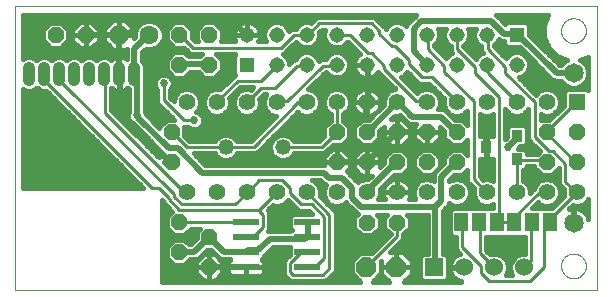
<source format=gtl>
G75*
%MOIN*%
%OFA0B0*%
%FSLAX25Y25*%
%IPPOS*%
%LPD*%
%AMOC8*
5,1,8,0,0,1.08239X$1,22.5*
%
%ADD10C,0.00000*%
%ADD11OC8,0.05200*%
%ADD12C,0.05200*%
%ADD13R,0.05600X0.05600*%
%ADD14C,0.05600*%
%ADD15OC8,0.06600*%
%ADD16OC8,0.06300*%
%ADD17C,0.06300*%
%ADD18C,0.06496*%
%ADD19R,0.06000X0.06000*%
%ADD20C,0.06000*%
%ADD21R,0.08661X0.02362*%
%ADD22R,0.03543X0.03937*%
%ADD23C,0.04000*%
%ADD24R,0.04600X0.06300*%
%ADD25R,0.05150X0.05150*%
%ADD26C,0.05150*%
%ADD27C,0.02000*%
%ADD28C,0.02700*%
%ADD29C,0.01600*%
%ADD30C,0.01000*%
D10*
X0013381Y0008000D02*
X0013381Y0102488D01*
X0207431Y0102488D01*
X0207431Y0008000D01*
X0013381Y0008000D01*
X0195547Y0016000D02*
X0195549Y0016128D01*
X0195555Y0016256D01*
X0195565Y0016383D01*
X0195579Y0016511D01*
X0195596Y0016637D01*
X0195618Y0016763D01*
X0195644Y0016889D01*
X0195673Y0017013D01*
X0195706Y0017137D01*
X0195743Y0017259D01*
X0195784Y0017380D01*
X0195829Y0017500D01*
X0195877Y0017619D01*
X0195929Y0017736D01*
X0195985Y0017851D01*
X0196044Y0017965D01*
X0196106Y0018076D01*
X0196172Y0018186D01*
X0196241Y0018293D01*
X0196314Y0018399D01*
X0196390Y0018502D01*
X0196469Y0018602D01*
X0196551Y0018701D01*
X0196636Y0018796D01*
X0196724Y0018889D01*
X0196815Y0018979D01*
X0196908Y0019066D01*
X0197005Y0019151D01*
X0197103Y0019232D01*
X0197205Y0019310D01*
X0197308Y0019385D01*
X0197414Y0019457D01*
X0197522Y0019526D01*
X0197632Y0019591D01*
X0197745Y0019652D01*
X0197859Y0019711D01*
X0197974Y0019765D01*
X0198092Y0019816D01*
X0198210Y0019864D01*
X0198331Y0019907D01*
X0198452Y0019947D01*
X0198575Y0019983D01*
X0198699Y0020016D01*
X0198824Y0020044D01*
X0198949Y0020069D01*
X0199075Y0020089D01*
X0199202Y0020106D01*
X0199330Y0020119D01*
X0199457Y0020128D01*
X0199585Y0020133D01*
X0199713Y0020134D01*
X0199841Y0020131D01*
X0199969Y0020124D01*
X0200096Y0020113D01*
X0200223Y0020098D01*
X0200350Y0020080D01*
X0200476Y0020057D01*
X0200601Y0020030D01*
X0200725Y0020000D01*
X0200848Y0019966D01*
X0200971Y0019928D01*
X0201092Y0019886D01*
X0201211Y0019840D01*
X0201329Y0019791D01*
X0201446Y0019738D01*
X0201561Y0019682D01*
X0201674Y0019622D01*
X0201785Y0019559D01*
X0201894Y0019492D01*
X0202001Y0019422D01*
X0202106Y0019348D01*
X0202208Y0019272D01*
X0202308Y0019192D01*
X0202406Y0019109D01*
X0202501Y0019023D01*
X0202593Y0018934D01*
X0202682Y0018843D01*
X0202769Y0018749D01*
X0202852Y0018652D01*
X0202933Y0018552D01*
X0203010Y0018451D01*
X0203085Y0018346D01*
X0203156Y0018240D01*
X0203223Y0018131D01*
X0203288Y0018021D01*
X0203348Y0017908D01*
X0203406Y0017794D01*
X0203459Y0017678D01*
X0203509Y0017560D01*
X0203556Y0017441D01*
X0203599Y0017320D01*
X0203638Y0017198D01*
X0203673Y0017075D01*
X0203704Y0016951D01*
X0203732Y0016826D01*
X0203755Y0016700D01*
X0203775Y0016574D01*
X0203791Y0016447D01*
X0203803Y0016320D01*
X0203811Y0016192D01*
X0203815Y0016064D01*
X0203815Y0015936D01*
X0203811Y0015808D01*
X0203803Y0015680D01*
X0203791Y0015553D01*
X0203775Y0015426D01*
X0203755Y0015300D01*
X0203732Y0015174D01*
X0203704Y0015049D01*
X0203673Y0014925D01*
X0203638Y0014802D01*
X0203599Y0014680D01*
X0203556Y0014559D01*
X0203509Y0014440D01*
X0203459Y0014322D01*
X0203406Y0014206D01*
X0203348Y0014092D01*
X0203288Y0013979D01*
X0203223Y0013869D01*
X0203156Y0013760D01*
X0203085Y0013654D01*
X0203010Y0013549D01*
X0202933Y0013448D01*
X0202852Y0013348D01*
X0202769Y0013251D01*
X0202682Y0013157D01*
X0202593Y0013066D01*
X0202501Y0012977D01*
X0202406Y0012891D01*
X0202308Y0012808D01*
X0202208Y0012728D01*
X0202106Y0012652D01*
X0202001Y0012578D01*
X0201894Y0012508D01*
X0201785Y0012441D01*
X0201674Y0012378D01*
X0201561Y0012318D01*
X0201446Y0012262D01*
X0201329Y0012209D01*
X0201211Y0012160D01*
X0201092Y0012114D01*
X0200971Y0012072D01*
X0200848Y0012034D01*
X0200725Y0012000D01*
X0200601Y0011970D01*
X0200476Y0011943D01*
X0200350Y0011920D01*
X0200223Y0011902D01*
X0200096Y0011887D01*
X0199969Y0011876D01*
X0199841Y0011869D01*
X0199713Y0011866D01*
X0199585Y0011867D01*
X0199457Y0011872D01*
X0199330Y0011881D01*
X0199202Y0011894D01*
X0199075Y0011911D01*
X0198949Y0011931D01*
X0198824Y0011956D01*
X0198699Y0011984D01*
X0198575Y0012017D01*
X0198452Y0012053D01*
X0198331Y0012093D01*
X0198210Y0012136D01*
X0198092Y0012184D01*
X0197974Y0012235D01*
X0197859Y0012289D01*
X0197745Y0012348D01*
X0197632Y0012409D01*
X0197522Y0012474D01*
X0197414Y0012543D01*
X0197308Y0012615D01*
X0197205Y0012690D01*
X0197103Y0012768D01*
X0197005Y0012849D01*
X0196908Y0012934D01*
X0196815Y0013021D01*
X0196724Y0013111D01*
X0196636Y0013204D01*
X0196551Y0013299D01*
X0196469Y0013398D01*
X0196390Y0013498D01*
X0196314Y0013601D01*
X0196241Y0013707D01*
X0196172Y0013814D01*
X0196106Y0013924D01*
X0196044Y0014035D01*
X0195985Y0014149D01*
X0195929Y0014264D01*
X0195877Y0014381D01*
X0195829Y0014500D01*
X0195784Y0014620D01*
X0195743Y0014741D01*
X0195706Y0014863D01*
X0195673Y0014987D01*
X0195644Y0015111D01*
X0195618Y0015237D01*
X0195596Y0015363D01*
X0195579Y0015489D01*
X0195565Y0015617D01*
X0195555Y0015744D01*
X0195549Y0015872D01*
X0195547Y0016000D01*
X0195547Y0094400D02*
X0195549Y0094528D01*
X0195555Y0094656D01*
X0195565Y0094783D01*
X0195579Y0094911D01*
X0195596Y0095037D01*
X0195618Y0095163D01*
X0195644Y0095289D01*
X0195673Y0095413D01*
X0195706Y0095537D01*
X0195743Y0095659D01*
X0195784Y0095780D01*
X0195829Y0095900D01*
X0195877Y0096019D01*
X0195929Y0096136D01*
X0195985Y0096251D01*
X0196044Y0096365D01*
X0196106Y0096476D01*
X0196172Y0096586D01*
X0196241Y0096693D01*
X0196314Y0096799D01*
X0196390Y0096902D01*
X0196469Y0097002D01*
X0196551Y0097101D01*
X0196636Y0097196D01*
X0196724Y0097289D01*
X0196815Y0097379D01*
X0196908Y0097466D01*
X0197005Y0097551D01*
X0197103Y0097632D01*
X0197205Y0097710D01*
X0197308Y0097785D01*
X0197414Y0097857D01*
X0197522Y0097926D01*
X0197632Y0097991D01*
X0197745Y0098052D01*
X0197859Y0098111D01*
X0197974Y0098165D01*
X0198092Y0098216D01*
X0198210Y0098264D01*
X0198331Y0098307D01*
X0198452Y0098347D01*
X0198575Y0098383D01*
X0198699Y0098416D01*
X0198824Y0098444D01*
X0198949Y0098469D01*
X0199075Y0098489D01*
X0199202Y0098506D01*
X0199330Y0098519D01*
X0199457Y0098528D01*
X0199585Y0098533D01*
X0199713Y0098534D01*
X0199841Y0098531D01*
X0199969Y0098524D01*
X0200096Y0098513D01*
X0200223Y0098498D01*
X0200350Y0098480D01*
X0200476Y0098457D01*
X0200601Y0098430D01*
X0200725Y0098400D01*
X0200848Y0098366D01*
X0200971Y0098328D01*
X0201092Y0098286D01*
X0201211Y0098240D01*
X0201329Y0098191D01*
X0201446Y0098138D01*
X0201561Y0098082D01*
X0201674Y0098022D01*
X0201785Y0097959D01*
X0201894Y0097892D01*
X0202001Y0097822D01*
X0202106Y0097748D01*
X0202208Y0097672D01*
X0202308Y0097592D01*
X0202406Y0097509D01*
X0202501Y0097423D01*
X0202593Y0097334D01*
X0202682Y0097243D01*
X0202769Y0097149D01*
X0202852Y0097052D01*
X0202933Y0096952D01*
X0203010Y0096851D01*
X0203085Y0096746D01*
X0203156Y0096640D01*
X0203223Y0096531D01*
X0203288Y0096421D01*
X0203348Y0096308D01*
X0203406Y0096194D01*
X0203459Y0096078D01*
X0203509Y0095960D01*
X0203556Y0095841D01*
X0203599Y0095720D01*
X0203638Y0095598D01*
X0203673Y0095475D01*
X0203704Y0095351D01*
X0203732Y0095226D01*
X0203755Y0095100D01*
X0203775Y0094974D01*
X0203791Y0094847D01*
X0203803Y0094720D01*
X0203811Y0094592D01*
X0203815Y0094464D01*
X0203815Y0094336D01*
X0203811Y0094208D01*
X0203803Y0094080D01*
X0203791Y0093953D01*
X0203775Y0093826D01*
X0203755Y0093700D01*
X0203732Y0093574D01*
X0203704Y0093449D01*
X0203673Y0093325D01*
X0203638Y0093202D01*
X0203599Y0093080D01*
X0203556Y0092959D01*
X0203509Y0092840D01*
X0203459Y0092722D01*
X0203406Y0092606D01*
X0203348Y0092492D01*
X0203288Y0092379D01*
X0203223Y0092269D01*
X0203156Y0092160D01*
X0203085Y0092054D01*
X0203010Y0091949D01*
X0202933Y0091848D01*
X0202852Y0091748D01*
X0202769Y0091651D01*
X0202682Y0091557D01*
X0202593Y0091466D01*
X0202501Y0091377D01*
X0202406Y0091291D01*
X0202308Y0091208D01*
X0202208Y0091128D01*
X0202106Y0091052D01*
X0202001Y0090978D01*
X0201894Y0090908D01*
X0201785Y0090841D01*
X0201674Y0090778D01*
X0201561Y0090718D01*
X0201446Y0090662D01*
X0201329Y0090609D01*
X0201211Y0090560D01*
X0201092Y0090514D01*
X0200971Y0090472D01*
X0200848Y0090434D01*
X0200725Y0090400D01*
X0200601Y0090370D01*
X0200476Y0090343D01*
X0200350Y0090320D01*
X0200223Y0090302D01*
X0200096Y0090287D01*
X0199969Y0090276D01*
X0199841Y0090269D01*
X0199713Y0090266D01*
X0199585Y0090267D01*
X0199457Y0090272D01*
X0199330Y0090281D01*
X0199202Y0090294D01*
X0199075Y0090311D01*
X0198949Y0090331D01*
X0198824Y0090356D01*
X0198699Y0090384D01*
X0198575Y0090417D01*
X0198452Y0090453D01*
X0198331Y0090493D01*
X0198210Y0090536D01*
X0198092Y0090584D01*
X0197974Y0090635D01*
X0197859Y0090689D01*
X0197745Y0090748D01*
X0197632Y0090809D01*
X0197522Y0090874D01*
X0197414Y0090943D01*
X0197308Y0091015D01*
X0197205Y0091090D01*
X0197103Y0091168D01*
X0197005Y0091249D01*
X0196908Y0091334D01*
X0196815Y0091421D01*
X0196724Y0091511D01*
X0196636Y0091604D01*
X0196551Y0091699D01*
X0196469Y0091798D01*
X0196390Y0091898D01*
X0196314Y0092001D01*
X0196241Y0092107D01*
X0196172Y0092214D01*
X0196106Y0092324D01*
X0196044Y0092435D01*
X0195985Y0092549D01*
X0195929Y0092664D01*
X0195877Y0092781D01*
X0195829Y0092900D01*
X0195784Y0093020D01*
X0195743Y0093141D01*
X0195706Y0093263D01*
X0195673Y0093387D01*
X0195644Y0093511D01*
X0195618Y0093637D01*
X0195596Y0093763D01*
X0195579Y0093889D01*
X0195565Y0094017D01*
X0195555Y0094144D01*
X0195549Y0094272D01*
X0195547Y0094400D01*
D11*
X0190781Y0060500D03*
X0200781Y0060500D03*
X0200781Y0050500D03*
X0190781Y0050500D03*
X0160781Y0050500D03*
X0150881Y0050600D03*
X0140781Y0050500D03*
X0130781Y0050500D03*
X0120781Y0050500D03*
X0120781Y0060500D03*
X0130781Y0060500D03*
X0140781Y0060500D03*
X0150881Y0060600D03*
X0160781Y0060500D03*
X0140881Y0030400D03*
X0130881Y0030400D03*
X0078281Y0025500D03*
X0068281Y0030500D03*
X0068281Y0020500D03*
X0078281Y0015500D03*
X0065781Y0050500D03*
X0065781Y0060500D03*
X0068281Y0083000D03*
X0078281Y0083000D03*
X0078281Y0093000D03*
X0068281Y0093000D03*
X0037081Y0092900D03*
X0027081Y0092900D03*
D12*
X0083781Y0055500D03*
X0102781Y0055500D03*
D13*
X0200781Y0070500D03*
D14*
X0190781Y0070500D03*
X0180781Y0070500D03*
X0170781Y0070500D03*
X0160781Y0070500D03*
X0150781Y0070500D03*
X0140781Y0070500D03*
X0130781Y0070500D03*
X0120781Y0070500D03*
X0110781Y0070500D03*
X0100781Y0070500D03*
X0090781Y0070500D03*
X0080781Y0070500D03*
X0070781Y0070500D03*
X0070781Y0040500D03*
X0080781Y0040500D03*
X0090781Y0040500D03*
X0100781Y0040500D03*
X0110781Y0040500D03*
X0120781Y0040500D03*
X0130781Y0040500D03*
X0140781Y0040500D03*
X0150781Y0040500D03*
X0160781Y0040500D03*
X0170781Y0040500D03*
X0180781Y0040500D03*
X0190781Y0040500D03*
X0200781Y0040500D03*
D15*
X0140681Y0015550D03*
X0130681Y0015550D03*
D16*
X0048281Y0093000D03*
D17*
X0058281Y0093000D03*
D18*
X0199715Y0080300D03*
X0199715Y0030300D03*
D19*
X0153281Y0015500D03*
D20*
X0163281Y0015500D03*
X0173281Y0015500D03*
X0183281Y0015500D03*
D21*
X0111017Y0015500D03*
X0111017Y0020500D03*
X0111017Y0025500D03*
X0111017Y0030500D03*
X0090544Y0030500D03*
X0090544Y0025500D03*
X0090544Y0020500D03*
X0090544Y0015500D03*
D22*
X0170663Y0055500D03*
X0180899Y0051563D03*
X0180899Y0059437D03*
D23*
X0053281Y0078000D02*
X0053281Y0082000D01*
X0048281Y0082000D02*
X0048281Y0078000D01*
X0043281Y0078000D02*
X0043281Y0082000D01*
X0038281Y0082000D02*
X0038281Y0078000D01*
X0033281Y0078000D02*
X0033281Y0082000D01*
X0028281Y0082000D02*
X0028281Y0078000D01*
X0023281Y0078000D02*
X0023281Y0082000D01*
X0018281Y0082000D02*
X0018281Y0078000D01*
D24*
X0162281Y0030500D03*
X0168281Y0030500D03*
X0174281Y0030500D03*
X0179781Y0030500D03*
X0185781Y0030500D03*
X0191781Y0030500D03*
D25*
X0090781Y0083000D03*
X0180781Y0093000D03*
D26*
X0170781Y0093000D03*
X0160781Y0093000D03*
X0150781Y0093000D03*
X0140781Y0093000D03*
X0130781Y0093000D03*
X0120781Y0093000D03*
X0110781Y0093000D03*
X0100781Y0093000D03*
X0090781Y0093000D03*
X0100781Y0083000D03*
X0110781Y0083000D03*
X0120781Y0083000D03*
X0130781Y0083000D03*
X0140781Y0083000D03*
X0150781Y0083000D03*
X0160781Y0083000D03*
X0170781Y0083000D03*
X0180781Y0083000D03*
D27*
X0181281Y0093000D02*
X0194031Y0080250D01*
X0199715Y0080300D01*
X0181281Y0093000D02*
X0180781Y0093000D01*
X0179981Y0093425D01*
X0176581Y0093425D01*
X0172331Y0097675D01*
X0148956Y0097675D01*
X0146406Y0095125D01*
X0146406Y0087475D01*
X0150656Y0083225D01*
X0150781Y0083000D01*
X0131106Y0082800D02*
X0130781Y0083000D01*
X0131106Y0082800D02*
X0131106Y0070900D01*
X0130781Y0070500D01*
X0130681Y0069625D01*
X0130681Y0066650D01*
X0126006Y0061975D01*
X0126006Y0050500D01*
X0120781Y0050500D01*
X0126006Y0050500D02*
X0130781Y0050500D01*
X0131106Y0050925D01*
X0140031Y0059850D01*
X0140781Y0060500D01*
X0140881Y0060700D01*
X0150656Y0060700D01*
X0150881Y0060600D01*
X0155431Y0065800D02*
X0160531Y0060700D01*
X0160431Y0060700D01*
X0160781Y0060500D01*
X0169356Y0059850D02*
X0170631Y0058575D01*
X0170631Y0055600D01*
X0170663Y0055500D01*
X0177856Y0055600D02*
X0180831Y0058575D01*
X0180831Y0059425D01*
X0180899Y0059437D01*
X0160781Y0050500D02*
X0160431Y0050500D01*
X0155681Y0045750D01*
X0155681Y0037525D01*
X0153631Y0035475D01*
X0153631Y0015650D01*
X0153281Y0015500D01*
X0153631Y0035475D02*
X0153631Y0035625D01*
X0128981Y0035625D01*
X0126006Y0038600D01*
X0126006Y0042000D01*
X0122606Y0045400D01*
X0118131Y0045400D01*
X0116431Y0047100D01*
X0075856Y0047100D01*
X0067781Y0055175D01*
X0064806Y0055175D01*
X0054606Y0065375D01*
X0054181Y0066225D01*
X0054181Y0077700D01*
X0053281Y0078000D01*
X0053331Y0078125D01*
X0053331Y0088325D01*
X0058006Y0093000D01*
X0058281Y0093000D01*
X0056306Y0098100D02*
X0051631Y0093425D01*
X0049081Y0093425D01*
X0048281Y0093000D01*
X0037181Y0093000D01*
X0037081Y0092900D01*
X0048231Y0093000D02*
X0048281Y0093000D01*
X0048231Y0093000D02*
X0048231Y0078125D01*
X0048281Y0078000D01*
X0048656Y0077275D01*
X0048656Y0067075D01*
X0065231Y0050500D01*
X0065781Y0050500D01*
X0111017Y0030500D02*
X0111131Y0030100D01*
X0111131Y0025850D01*
X0111017Y0025500D01*
X0110281Y0025000D01*
X0098381Y0025000D01*
X0094556Y0021175D01*
X0091156Y0021175D01*
X0090544Y0020500D01*
X0090306Y0020750D01*
X0083081Y0020750D01*
X0078406Y0025425D01*
X0078281Y0025500D01*
X0077556Y0025000D01*
X0073306Y0020750D01*
X0068631Y0020750D01*
X0068281Y0020500D01*
X0078281Y0015500D02*
X0078406Y0015650D01*
X0090306Y0015650D01*
X0090544Y0015500D01*
X0130781Y0040500D02*
X0130681Y0040725D01*
X0140456Y0050500D01*
X0140781Y0050500D01*
X0131106Y0060700D02*
X0130781Y0060500D01*
X0131106Y0060700D02*
X0140881Y0070475D01*
X0140781Y0070500D01*
X0141731Y0070050D01*
X0145981Y0065800D01*
X0155431Y0065800D01*
X0090781Y0093000D02*
X0090731Y0093000D01*
X0085631Y0098100D01*
X0056306Y0098100D01*
X0068281Y0083000D02*
X0068631Y0083225D01*
X0077981Y0083225D01*
X0078281Y0083000D01*
D28*
X0063106Y0076850D03*
X0060881Y0084000D03*
X0078381Y0099000D03*
X0021381Y0086000D03*
X0054181Y0066225D03*
X0073306Y0064525D03*
X0079881Y0060000D03*
X0122881Y0034500D03*
X0101881Y0030000D03*
X0169356Y0059850D03*
X0177856Y0055600D03*
X0177881Y0066000D03*
X0162881Y0065500D03*
X0186881Y0045500D03*
X0182381Y0024000D03*
X0175881Y0088000D03*
X0165881Y0090000D03*
X0155881Y0090000D03*
X0187881Y0098000D03*
X0018881Y0045000D03*
D29*
X0016181Y0044766D02*
X0053545Y0044766D01*
X0055144Y0043167D02*
X0016181Y0043167D01*
X0016181Y0042100D02*
X0056211Y0042100D01*
X0023911Y0074400D01*
X0022565Y0074400D01*
X0021241Y0074948D01*
X0020781Y0075409D01*
X0020320Y0074948D01*
X0018997Y0074400D01*
X0017565Y0074400D01*
X0016241Y0074948D01*
X0016181Y0075009D01*
X0016181Y0042100D01*
X0016181Y0046364D02*
X0051947Y0046364D01*
X0050348Y0047963D02*
X0016181Y0047963D01*
X0016181Y0049561D02*
X0048750Y0049561D01*
X0047151Y0051160D02*
X0016181Y0051160D01*
X0016181Y0052758D02*
X0045553Y0052758D01*
X0043954Y0054357D02*
X0016181Y0054357D01*
X0016181Y0055955D02*
X0042356Y0055955D01*
X0040757Y0057554D02*
X0016181Y0057554D01*
X0016181Y0059152D02*
X0039158Y0059152D01*
X0037560Y0060751D02*
X0016181Y0060751D01*
X0016181Y0062349D02*
X0035961Y0062349D01*
X0034363Y0063948D02*
X0016181Y0063948D01*
X0016181Y0065546D02*
X0032764Y0065546D01*
X0031166Y0067145D02*
X0016181Y0067145D01*
X0016181Y0068743D02*
X0029567Y0068743D01*
X0027969Y0070342D02*
X0016181Y0070342D01*
X0016181Y0071940D02*
X0026370Y0071940D01*
X0024772Y0073539D02*
X0016181Y0073539D01*
X0020509Y0075137D02*
X0021052Y0075137D01*
X0020781Y0084591D02*
X0020320Y0085052D01*
X0018997Y0085600D01*
X0017565Y0085600D01*
X0016241Y0085052D01*
X0016181Y0084991D01*
X0016181Y0099688D01*
X0147292Y0099688D01*
X0144933Y0097329D01*
X0144202Y0096598D01*
X0143875Y0095810D01*
X0143146Y0096539D01*
X0141611Y0097175D01*
X0139950Y0097175D01*
X0138416Y0096539D01*
X0137241Y0095365D01*
X0137031Y0094856D01*
X0137031Y0095145D01*
X0134481Y0097695D01*
X0133251Y0098925D01*
X0114086Y0098925D01*
X0112123Y0096963D01*
X0111611Y0097175D01*
X0109950Y0097175D01*
X0108416Y0096539D01*
X0107241Y0095365D01*
X0107132Y0095100D01*
X0105586Y0095100D01*
X0104768Y0094282D01*
X0104320Y0095365D01*
X0103146Y0096539D01*
X0101611Y0097175D01*
X0099950Y0097175D01*
X0098416Y0096539D01*
X0097241Y0095365D01*
X0096606Y0093830D01*
X0096606Y0092170D01*
X0097152Y0090850D01*
X0094595Y0090850D01*
X0094835Y0091321D01*
X0095048Y0091976D01*
X0095155Y0092656D01*
X0095155Y0093000D01*
X0090781Y0093000D01*
X0095155Y0093000D01*
X0095155Y0093344D01*
X0095048Y0094024D01*
X0094835Y0094679D01*
X0094522Y0095293D01*
X0094118Y0095850D01*
X0093631Y0096337D01*
X0093074Y0096742D01*
X0092460Y0097054D01*
X0091805Y0097267D01*
X0091125Y0097375D01*
X0090781Y0097375D01*
X0090781Y0093000D01*
X0090781Y0093000D01*
X0090781Y0093000D01*
X0090781Y0097375D01*
X0090436Y0097375D01*
X0089756Y0097267D01*
X0089101Y0097054D01*
X0088488Y0096742D01*
X0087931Y0096337D01*
X0087444Y0095850D01*
X0087039Y0095293D01*
X0086726Y0094679D01*
X0086514Y0094024D01*
X0086406Y0093344D01*
X0086406Y0093000D01*
X0090781Y0093000D01*
X0086406Y0093000D01*
X0086406Y0092656D01*
X0086514Y0091976D01*
X0086726Y0091321D01*
X0086966Y0090850D01*
X0082070Y0090850D01*
X0082481Y0091260D01*
X0082481Y0094740D01*
X0080020Y0097200D01*
X0076541Y0097200D01*
X0074081Y0094740D01*
X0074081Y0091260D01*
X0074491Y0090850D01*
X0073751Y0090850D01*
X0072481Y0092120D01*
X0072481Y0094740D01*
X0070020Y0097200D01*
X0066541Y0097200D01*
X0064081Y0094740D01*
X0064081Y0091260D01*
X0066541Y0088800D01*
X0069861Y0088800D01*
X0072011Y0086650D01*
X0075991Y0086650D01*
X0075166Y0085825D01*
X0071395Y0085825D01*
X0070020Y0087200D01*
X0066541Y0087200D01*
X0064081Y0084740D01*
X0064081Y0081260D01*
X0066541Y0078800D01*
X0070020Y0078800D01*
X0071845Y0080625D01*
X0074716Y0080625D01*
X0076541Y0078800D01*
X0080020Y0078800D01*
X0082481Y0081260D01*
X0082481Y0084740D01*
X0080570Y0086650D01*
X0087018Y0086650D01*
X0086606Y0086238D01*
X0086606Y0079762D01*
X0086727Y0079641D01*
X0081889Y0074803D01*
X0081656Y0074900D01*
X0079905Y0074900D01*
X0078288Y0074230D01*
X0077051Y0072992D01*
X0076381Y0071375D01*
X0076381Y0069625D01*
X0077051Y0068008D01*
X0078288Y0066770D01*
X0079905Y0066100D01*
X0081656Y0066100D01*
X0083273Y0066770D01*
X0084511Y0068008D01*
X0085181Y0069625D01*
X0085181Y0071375D01*
X0084952Y0071927D01*
X0088651Y0075625D01*
X0092917Y0075625D01*
X0092038Y0074742D01*
X0091656Y0074900D01*
X0089905Y0074900D01*
X0088288Y0074230D01*
X0087051Y0072992D01*
X0086381Y0071375D01*
X0086381Y0069625D01*
X0087051Y0068008D01*
X0088288Y0066770D01*
X0089905Y0066100D01*
X0091656Y0066100D01*
X0093273Y0066770D01*
X0094511Y0068008D01*
X0095181Y0069625D01*
X0095181Y0071375D01*
X0095014Y0071778D01*
X0096529Y0073300D01*
X0097358Y0073300D01*
X0097051Y0072992D01*
X0096381Y0071375D01*
X0096381Y0069625D01*
X0097051Y0068008D01*
X0098288Y0066770D01*
X0099905Y0066100D01*
X0100611Y0066100D01*
X0092211Y0057700D01*
X0087415Y0057700D01*
X0087341Y0057879D01*
X0086160Y0059061D01*
X0084616Y0059700D01*
X0082945Y0059700D01*
X0081402Y0059061D01*
X0080220Y0057879D01*
X0080146Y0057700D01*
X0071626Y0057700D01*
X0069981Y0059345D01*
X0069981Y0062240D01*
X0069795Y0062425D01*
X0071234Y0062425D01*
X0071635Y0062024D01*
X0072719Y0061575D01*
X0073892Y0061575D01*
X0074977Y0062024D01*
X0075807Y0062854D01*
X0076256Y0063938D01*
X0076256Y0065112D01*
X0075807Y0066196D01*
X0074977Y0067026D01*
X0073953Y0067450D01*
X0074511Y0068008D01*
X0075181Y0069625D01*
X0075181Y0071375D01*
X0074511Y0072992D01*
X0073273Y0074230D01*
X0071656Y0074900D01*
X0069905Y0074900D01*
X0068288Y0074230D01*
X0067051Y0072992D01*
X0066381Y0071375D01*
X0066381Y0070870D01*
X0065206Y0072045D01*
X0065206Y0074778D01*
X0065607Y0075179D01*
X0066056Y0076263D01*
X0066056Y0077437D01*
X0065607Y0078521D01*
X0064777Y0079351D01*
X0063692Y0079800D01*
X0062519Y0079800D01*
X0061435Y0079351D01*
X0060605Y0078521D01*
X0060156Y0077437D01*
X0060156Y0076263D01*
X0060605Y0075179D01*
X0061006Y0074778D01*
X0061006Y0070305D01*
X0066611Y0064700D01*
X0064041Y0064700D01*
X0061581Y0062240D01*
X0061581Y0062077D01*
X0057131Y0066527D01*
X0057131Y0066812D01*
X0056781Y0067657D01*
X0056781Y0077042D01*
X0056881Y0077284D01*
X0056881Y0082716D01*
X0056333Y0084039D01*
X0055931Y0084441D01*
X0055931Y0087248D01*
X0057051Y0088368D01*
X0057336Y0088250D01*
X0059226Y0088250D01*
X0060971Y0088973D01*
X0062308Y0090309D01*
X0063031Y0092055D01*
X0063031Y0093945D01*
X0062308Y0095691D01*
X0060971Y0097027D01*
X0059226Y0097750D01*
X0057336Y0097750D01*
X0055590Y0097027D01*
X0054254Y0095691D01*
X0053531Y0093945D01*
X0053531Y0092202D01*
X0053231Y0091902D01*
X0053231Y0093000D01*
X0053231Y0095050D01*
X0050331Y0097950D01*
X0048281Y0097950D01*
X0048281Y0093000D01*
X0053231Y0093000D01*
X0048281Y0093000D01*
X0048281Y0093000D01*
X0048281Y0088050D01*
X0050331Y0088050D01*
X0050731Y0088450D01*
X0050731Y0084924D01*
X0050703Y0084952D01*
X0050081Y0085368D01*
X0049389Y0085654D01*
X0048655Y0085800D01*
X0048281Y0085800D01*
X0048281Y0078000D01*
X0048281Y0078000D01*
X0048281Y0074200D01*
X0048655Y0074200D01*
X0049389Y0074346D01*
X0050081Y0074632D01*
X0050703Y0075048D01*
X0050922Y0075267D01*
X0051241Y0074948D01*
X0051581Y0074808D01*
X0051581Y0067657D01*
X0051231Y0066812D01*
X0051231Y0065638D01*
X0051680Y0064554D01*
X0052510Y0063724D01*
X0052570Y0063699D01*
X0052833Y0063471D01*
X0062602Y0053702D01*
X0062681Y0053623D01*
X0061381Y0052323D01*
X0061381Y0052220D01*
X0045656Y0067945D01*
X0045656Y0075251D01*
X0045858Y0075048D01*
X0046481Y0074632D01*
X0047172Y0074346D01*
X0047906Y0074200D01*
X0048281Y0074200D01*
X0048281Y0078000D01*
X0048281Y0078000D01*
X0048281Y0085800D01*
X0047906Y0085800D01*
X0047172Y0085654D01*
X0046481Y0085368D01*
X0045858Y0084952D01*
X0045639Y0084733D01*
X0045320Y0085052D01*
X0043997Y0085600D01*
X0042565Y0085600D01*
X0041241Y0085052D01*
X0040781Y0084591D01*
X0040320Y0085052D01*
X0038997Y0085600D01*
X0037565Y0085600D01*
X0036241Y0085052D01*
X0035781Y0084591D01*
X0035320Y0085052D01*
X0033997Y0085600D01*
X0032565Y0085600D01*
X0031241Y0085052D01*
X0030781Y0084591D01*
X0030320Y0085052D01*
X0028997Y0085600D01*
X0027565Y0085600D01*
X0026241Y0085052D01*
X0025781Y0084591D01*
X0025320Y0085052D01*
X0023997Y0085600D01*
X0022565Y0085600D01*
X0021241Y0085052D01*
X0020781Y0084591D01*
X0020918Y0084729D02*
X0020643Y0084729D01*
X0016181Y0086327D02*
X0050731Y0086327D01*
X0048281Y0084729D02*
X0048281Y0084729D01*
X0048281Y0083130D02*
X0048281Y0083130D01*
X0048281Y0081532D02*
X0048281Y0081532D01*
X0048281Y0079933D02*
X0048281Y0079933D01*
X0048281Y0078334D02*
X0048281Y0078334D01*
X0048281Y0076736D02*
X0048281Y0076736D01*
X0048281Y0075137D02*
X0048281Y0075137D01*
X0050792Y0075137D02*
X0051052Y0075137D01*
X0051581Y0073539D02*
X0045656Y0073539D01*
X0045656Y0071940D02*
X0051581Y0071940D01*
X0051581Y0070342D02*
X0045656Y0070342D01*
X0045656Y0068743D02*
X0051581Y0068743D01*
X0051369Y0067145D02*
X0046456Y0067145D01*
X0048054Y0065546D02*
X0051269Y0065546D01*
X0052286Y0063948D02*
X0049653Y0063948D01*
X0051251Y0062349D02*
X0053954Y0062349D01*
X0052850Y0060751D02*
X0055553Y0060751D01*
X0054448Y0059152D02*
X0057151Y0059152D01*
X0056047Y0057554D02*
X0058750Y0057554D01*
X0057645Y0055955D02*
X0060348Y0055955D01*
X0059244Y0054357D02*
X0061947Y0054357D01*
X0061817Y0052758D02*
X0060842Y0052758D01*
X0063100Y0050500D02*
X0065781Y0050500D01*
X0063101Y0050500D01*
X0063100Y0050500D01*
X0065781Y0050500D02*
X0065781Y0050500D01*
X0073133Y0053500D02*
X0080063Y0053500D01*
X0080220Y0053121D01*
X0081402Y0051939D01*
X0082945Y0051300D01*
X0084616Y0051300D01*
X0086160Y0051939D01*
X0087341Y0053121D01*
X0087498Y0053500D01*
X0093951Y0053500D01*
X0095181Y0054730D01*
X0107754Y0067304D01*
X0108288Y0066770D01*
X0109905Y0066100D01*
X0111656Y0066100D01*
X0113273Y0066770D01*
X0114511Y0068008D01*
X0115181Y0069625D01*
X0115181Y0071375D01*
X0114511Y0072992D01*
X0113273Y0074230D01*
X0111656Y0074900D01*
X0111301Y0074900D01*
X0117101Y0080700D01*
X0117215Y0080700D01*
X0117241Y0080635D01*
X0118416Y0079461D01*
X0119950Y0078825D01*
X0121611Y0078825D01*
X0123146Y0079461D01*
X0124320Y0080635D01*
X0124955Y0082170D01*
X0124955Y0083830D01*
X0124320Y0085365D01*
X0123146Y0086539D01*
X0121611Y0087175D01*
X0119950Y0087175D01*
X0118416Y0086539D01*
X0117241Y0085365D01*
X0117049Y0084900D01*
X0115361Y0084900D01*
X0114761Y0084300D01*
X0114320Y0085365D01*
X0113146Y0086539D01*
X0111611Y0087175D01*
X0109950Y0087175D01*
X0108416Y0086539D01*
X0107241Y0085365D01*
X0107049Y0084900D01*
X0106661Y0084900D01*
X0104955Y0083195D01*
X0104955Y0083830D01*
X0104320Y0085365D01*
X0103146Y0086539D01*
X0102878Y0086650D01*
X0103076Y0086650D01*
X0104306Y0087880D01*
X0107189Y0090763D01*
X0107241Y0090635D01*
X0108416Y0089461D01*
X0109950Y0088825D01*
X0111611Y0088825D01*
X0113146Y0089461D01*
X0114320Y0090635D01*
X0114955Y0092170D01*
X0114955Y0093830D01*
X0114948Y0093848D01*
X0115826Y0094725D01*
X0116976Y0094725D01*
X0116606Y0093830D01*
X0116606Y0092170D01*
X0117241Y0090635D01*
X0118416Y0089461D01*
X0119950Y0088825D01*
X0121611Y0088825D01*
X0123146Y0089461D01*
X0124320Y0090635D01*
X0124388Y0090798D01*
X0128463Y0086723D01*
X0127931Y0086337D01*
X0127444Y0085850D01*
X0127039Y0085293D01*
X0126726Y0084679D01*
X0126514Y0084024D01*
X0126406Y0083344D01*
X0126406Y0083000D01*
X0130781Y0083000D01*
X0130781Y0078625D01*
X0131125Y0078625D01*
X0131805Y0078733D01*
X0132460Y0078946D01*
X0133074Y0079258D01*
X0133631Y0079663D01*
X0134118Y0080150D01*
X0134522Y0080707D01*
X0134531Y0080723D01*
X0134531Y0080655D01*
X0135761Y0079425D01*
X0140286Y0074900D01*
X0139905Y0074900D01*
X0138288Y0074230D01*
X0137051Y0072992D01*
X0136381Y0071375D01*
X0136381Y0069652D01*
X0134442Y0067713D01*
X0134715Y0068089D01*
X0135044Y0068734D01*
X0135267Y0069423D01*
X0135381Y0070138D01*
X0135381Y0070500D01*
X0135381Y0070862D01*
X0135267Y0071577D01*
X0135044Y0072266D01*
X0134715Y0072911D01*
X0134289Y0073497D01*
X0133777Y0074009D01*
X0133192Y0074434D01*
X0132546Y0074763D01*
X0131858Y0074987D01*
X0131143Y0075100D01*
X0130781Y0075100D01*
X0130781Y0070500D01*
X0135381Y0070500D01*
X0130781Y0070500D01*
X0130781Y0070500D01*
X0130781Y0065900D01*
X0131143Y0065900D01*
X0131858Y0066013D01*
X0132546Y0066237D01*
X0133192Y0066566D01*
X0133568Y0066839D01*
X0131429Y0064700D01*
X0129041Y0064700D01*
X0126581Y0062240D01*
X0126581Y0058760D01*
X0129041Y0056300D01*
X0132520Y0056300D01*
X0134981Y0058760D01*
X0134981Y0060898D01*
X0136381Y0062298D01*
X0136381Y0060500D01*
X0136381Y0058677D01*
X0138958Y0056100D01*
X0140781Y0056100D01*
X0142603Y0056100D01*
X0145181Y0058677D01*
X0145181Y0060500D01*
X0145181Y0062323D01*
X0142603Y0064900D01*
X0140781Y0064900D01*
X0140781Y0060500D01*
X0145181Y0060500D01*
X0140781Y0060500D01*
X0140781Y0060500D01*
X0140781Y0060500D01*
X0140781Y0056100D01*
X0140781Y0060500D01*
X0140781Y0060500D01*
X0140781Y0064900D01*
X0138983Y0064900D01*
X0140183Y0066100D01*
X0141656Y0066100D01*
X0141902Y0066202D01*
X0144508Y0063596D01*
X0145464Y0063200D01*
X0147258Y0063200D01*
X0146481Y0062423D01*
X0146481Y0060600D01*
X0146481Y0058777D01*
X0149058Y0056200D01*
X0150881Y0056200D01*
X0152703Y0056200D01*
X0155281Y0058777D01*
X0155281Y0060600D01*
X0155281Y0062273D01*
X0156581Y0060973D01*
X0156581Y0058760D01*
X0159041Y0056300D01*
X0162520Y0056300D01*
X0164281Y0058060D01*
X0164281Y0052940D01*
X0162520Y0054700D01*
X0159041Y0054700D01*
X0156581Y0052240D01*
X0156581Y0050327D01*
X0153477Y0047223D01*
X0153081Y0046267D01*
X0153081Y0044310D01*
X0151656Y0044900D01*
X0149905Y0044900D01*
X0148288Y0044230D01*
X0147051Y0042992D01*
X0146381Y0041375D01*
X0146381Y0039625D01*
X0146961Y0038225D01*
X0144784Y0038225D01*
X0145044Y0038734D01*
X0145267Y0039423D01*
X0145381Y0040138D01*
X0145381Y0040500D01*
X0145381Y0040862D01*
X0145267Y0041577D01*
X0145044Y0042266D01*
X0144715Y0042911D01*
X0144289Y0043497D01*
X0143777Y0044009D01*
X0143192Y0044434D01*
X0142546Y0044763D01*
X0141858Y0044987D01*
X0141143Y0045100D01*
X0140781Y0045100D01*
X0140781Y0040500D01*
X0145381Y0040500D01*
X0140781Y0040500D01*
X0140781Y0040500D01*
X0140781Y0040500D01*
X0140781Y0045100D01*
X0140419Y0045100D01*
X0139704Y0044987D01*
X0139015Y0044763D01*
X0138370Y0044434D01*
X0137784Y0044009D01*
X0137272Y0043497D01*
X0136846Y0042911D01*
X0136518Y0042266D01*
X0136294Y0041577D01*
X0136181Y0040862D01*
X0136181Y0040500D01*
X0136181Y0040138D01*
X0136294Y0039423D01*
X0136518Y0038734D01*
X0136777Y0038225D01*
X0134601Y0038225D01*
X0135181Y0039625D01*
X0135181Y0041375D01*
X0135130Y0041497D01*
X0139933Y0046300D01*
X0142520Y0046300D01*
X0144981Y0048760D01*
X0144981Y0052240D01*
X0142520Y0054700D01*
X0139041Y0054700D01*
X0136581Y0052240D01*
X0136581Y0050302D01*
X0135181Y0048902D01*
X0135181Y0050500D01*
X0135181Y0052323D01*
X0132603Y0054900D01*
X0130781Y0054900D01*
X0130781Y0050500D01*
X0135181Y0050500D01*
X0130781Y0050500D01*
X0130781Y0050500D01*
X0130781Y0046100D01*
X0132379Y0046100D01*
X0131179Y0044900D01*
X0129905Y0044900D01*
X0128288Y0044230D01*
X0127870Y0043812D01*
X0127478Y0044204D01*
X0124093Y0047590D01*
X0125181Y0048677D01*
X0125181Y0050500D01*
X0125181Y0052323D01*
X0122603Y0054900D01*
X0120781Y0054900D01*
X0120781Y0050500D01*
X0125181Y0050500D01*
X0120781Y0050500D01*
X0120781Y0050500D01*
X0120781Y0050500D01*
X0120781Y0054900D01*
X0118958Y0054900D01*
X0116381Y0052323D01*
X0116381Y0050500D01*
X0116381Y0049700D01*
X0076933Y0049700D01*
X0073133Y0053500D01*
X0073874Y0052758D02*
X0080583Y0052758D01*
X0075473Y0051160D02*
X0116381Y0051160D01*
X0116381Y0050500D02*
X0120781Y0050500D01*
X0116381Y0050500D01*
X0116816Y0052758D02*
X0105979Y0052758D01*
X0106341Y0053121D02*
X0106498Y0053500D01*
X0116676Y0053500D01*
X0119476Y0056300D01*
X0122520Y0056300D01*
X0124981Y0058760D01*
X0124981Y0062240D01*
X0123006Y0064215D01*
X0123006Y0066659D01*
X0123273Y0066770D01*
X0124511Y0068008D01*
X0125181Y0069625D01*
X0125181Y0071375D01*
X0124511Y0072992D01*
X0123273Y0074230D01*
X0121656Y0074900D01*
X0119905Y0074900D01*
X0118288Y0074230D01*
X0117051Y0072992D01*
X0116381Y0071375D01*
X0116381Y0069625D01*
X0117051Y0068008D01*
X0118288Y0066770D01*
X0118806Y0066556D01*
X0118806Y0064465D01*
X0116581Y0062240D01*
X0116581Y0059345D01*
X0114936Y0057700D01*
X0106415Y0057700D01*
X0106341Y0057879D01*
X0105160Y0059061D01*
X0103616Y0059700D01*
X0101945Y0059700D01*
X0100402Y0059061D01*
X0099220Y0057879D01*
X0098581Y0056335D01*
X0098581Y0054665D01*
X0099220Y0053121D01*
X0100402Y0051939D01*
X0101945Y0051300D01*
X0103616Y0051300D01*
X0105160Y0051939D01*
X0106341Y0053121D01*
X0099583Y0052758D02*
X0086979Y0052758D01*
X0094807Y0054357D02*
X0098708Y0054357D01*
X0098581Y0055955D02*
X0096406Y0055955D01*
X0098004Y0057554D02*
X0099085Y0057554D01*
X0099603Y0059152D02*
X0100623Y0059152D01*
X0101201Y0060751D02*
X0116581Y0060751D01*
X0116388Y0059152D02*
X0104938Y0059152D01*
X0102800Y0062349D02*
X0116690Y0062349D01*
X0118289Y0063948D02*
X0104398Y0063948D01*
X0105997Y0065546D02*
X0118806Y0065546D01*
X0117913Y0067145D02*
X0113648Y0067145D01*
X0114816Y0068743D02*
X0116746Y0068743D01*
X0116381Y0070342D02*
X0115181Y0070342D01*
X0114947Y0071940D02*
X0116615Y0071940D01*
X0117597Y0073539D02*
X0113964Y0073539D01*
X0111538Y0075137D02*
X0140048Y0075137D01*
X0138450Y0076736D02*
X0113137Y0076736D01*
X0114735Y0078334D02*
X0136851Y0078334D01*
X0135761Y0079425D02*
X0135761Y0079425D01*
X0135253Y0079933D02*
X0133901Y0079933D01*
X0130781Y0079933D02*
X0130781Y0079933D01*
X0130781Y0078625D02*
X0130781Y0083000D01*
X0130781Y0083000D01*
X0126406Y0083000D01*
X0126406Y0082656D01*
X0126514Y0081976D01*
X0126726Y0081321D01*
X0127039Y0080707D01*
X0127444Y0080150D01*
X0127931Y0079663D01*
X0128488Y0079258D01*
X0129101Y0078946D01*
X0129756Y0078733D01*
X0130436Y0078625D01*
X0130781Y0078625D01*
X0127661Y0079933D02*
X0123618Y0079933D01*
X0124691Y0081532D02*
X0126658Y0081532D01*
X0126406Y0083130D02*
X0124955Y0083130D01*
X0124583Y0084729D02*
X0126752Y0084729D01*
X0127921Y0086327D02*
X0123358Y0086327D01*
X0127260Y0087926D02*
X0104351Y0087926D01*
X0105950Y0089524D02*
X0108353Y0089524D01*
X0113209Y0089524D02*
X0118353Y0089524D01*
X0117040Y0091123D02*
X0114522Y0091123D01*
X0114955Y0092721D02*
X0116606Y0092721D01*
X0116809Y0094320D02*
X0115420Y0094320D01*
X0112678Y0097517D02*
X0059789Y0097517D01*
X0056773Y0097517D02*
X0050764Y0097517D01*
X0048281Y0097517D02*
X0048281Y0097517D01*
X0048281Y0097950D02*
X0046230Y0097950D01*
X0043331Y0095050D01*
X0043331Y0093000D01*
X0043331Y0090950D01*
X0046230Y0088050D01*
X0048281Y0088050D01*
X0048281Y0093000D01*
X0048281Y0093000D01*
X0048281Y0093000D01*
X0048281Y0097950D01*
X0045797Y0097517D02*
X0016181Y0097517D01*
X0016181Y0099115D02*
X0146719Y0099115D01*
X0145120Y0097517D02*
X0134659Y0097517D01*
X0136257Y0095918D02*
X0137795Y0095918D01*
X0143767Y0095918D02*
X0143920Y0095918D01*
X0154440Y0095075D02*
X0157121Y0095075D01*
X0156606Y0093830D01*
X0156606Y0092170D01*
X0157241Y0090635D01*
X0158416Y0089461D01*
X0158756Y0089320D01*
X0158756Y0087455D01*
X0159304Y0086907D01*
X0158416Y0086539D01*
X0157241Y0085365D01*
X0157174Y0085202D01*
X0153181Y0089195D01*
X0153181Y0089496D01*
X0154320Y0090635D01*
X0154955Y0092170D01*
X0154955Y0093830D01*
X0154440Y0095075D01*
X0154753Y0094320D02*
X0156809Y0094320D01*
X0156606Y0092721D02*
X0154955Y0092721D01*
X0154522Y0091123D02*
X0157040Y0091123D01*
X0158353Y0089524D02*
X0153209Y0089524D01*
X0154450Y0087926D02*
X0158756Y0087926D01*
X0158204Y0086327D02*
X0156048Y0086327D01*
X0162956Y0089195D02*
X0162956Y0089382D01*
X0163146Y0089461D01*
X0164320Y0090635D01*
X0164955Y0092170D01*
X0164955Y0093830D01*
X0164440Y0095075D01*
X0167121Y0095075D01*
X0166606Y0093830D01*
X0166606Y0092170D01*
X0167241Y0090635D01*
X0168416Y0089461D01*
X0168956Y0089237D01*
X0168956Y0087455D01*
X0169445Y0086966D01*
X0168416Y0086539D01*
X0167241Y0085365D01*
X0167108Y0085043D01*
X0162956Y0089195D01*
X0163209Y0089524D02*
X0168353Y0089524D01*
X0168956Y0087926D02*
X0164225Y0087926D01*
X0165823Y0086327D02*
X0168204Y0086327D01*
X0173156Y0089195D02*
X0173156Y0089471D01*
X0174320Y0090635D01*
X0174722Y0091606D01*
X0175108Y0091221D01*
X0176064Y0090825D01*
X0176606Y0090825D01*
X0176606Y0089762D01*
X0177543Y0088825D01*
X0181779Y0088825D01*
X0191835Y0078769D01*
X0191840Y0078758D01*
X0192200Y0078403D01*
X0192558Y0078046D01*
X0192569Y0078041D01*
X0192577Y0078033D01*
X0193047Y0077843D01*
X0193514Y0077650D01*
X0193525Y0077650D01*
X0193536Y0077646D01*
X0194043Y0077650D01*
X0194548Y0077650D01*
X0194559Y0077655D01*
X0195559Y0077663D01*
X0195605Y0077554D01*
X0196968Y0076190D01*
X0198750Y0075452D01*
X0200679Y0075452D01*
X0202461Y0076190D01*
X0203825Y0077554D01*
X0204563Y0079336D01*
X0204563Y0081264D01*
X0203825Y0083046D01*
X0202461Y0084410D01*
X0201888Y0084647D01*
X0204631Y0085783D01*
X0204631Y0074512D01*
X0204243Y0074900D01*
X0197318Y0074900D01*
X0196381Y0073963D01*
X0196381Y0069445D01*
X0191636Y0064700D01*
X0189041Y0064700D01*
X0188881Y0064540D01*
X0188881Y0066524D01*
X0189905Y0066100D01*
X0191656Y0066100D01*
X0193273Y0066770D01*
X0194511Y0068008D01*
X0195181Y0069625D01*
X0195181Y0071375D01*
X0194511Y0072992D01*
X0193273Y0074230D01*
X0191656Y0074900D01*
X0189905Y0074900D01*
X0188288Y0074230D01*
X0187142Y0073084D01*
X0181400Y0078825D01*
X0181611Y0078825D01*
X0183146Y0079461D01*
X0184320Y0080635D01*
X0184955Y0082170D01*
X0184955Y0083830D01*
X0184320Y0085365D01*
X0183146Y0086539D01*
X0181611Y0087175D01*
X0179950Y0087175D01*
X0178416Y0086539D01*
X0177241Y0085365D01*
X0177167Y0085184D01*
X0173156Y0089195D01*
X0173209Y0089524D02*
X0176844Y0089524D01*
X0174425Y0087926D02*
X0182678Y0087926D01*
X0183358Y0086327D02*
X0184277Y0086327D01*
X0184583Y0084729D02*
X0185875Y0084729D01*
X0184955Y0083130D02*
X0187474Y0083130D01*
X0189072Y0081532D02*
X0184691Y0081532D01*
X0183618Y0079933D02*
X0190671Y0079933D01*
X0192269Y0078334D02*
X0181891Y0078334D01*
X0183490Y0076736D02*
X0196422Y0076736D01*
X0196381Y0073539D02*
X0193964Y0073539D01*
X0194947Y0071940D02*
X0196381Y0071940D01*
X0196381Y0070342D02*
X0195181Y0070342D01*
X0194816Y0068743D02*
X0195679Y0068743D01*
X0194081Y0067145D02*
X0193648Y0067145D01*
X0192482Y0065546D02*
X0188881Y0065546D01*
X0184681Y0065546D02*
X0176981Y0065546D01*
X0176981Y0067145D02*
X0177913Y0067145D01*
X0178288Y0066770D02*
X0177051Y0068008D01*
X0176981Y0068176D01*
X0176981Y0058431D01*
X0177030Y0058451D01*
X0177527Y0058948D01*
X0177527Y0062068D01*
X0178464Y0063005D01*
X0183333Y0063005D01*
X0184270Y0062068D01*
X0184270Y0056806D01*
X0183333Y0055869D01*
X0181801Y0055869D01*
X0181064Y0055131D01*
X0183333Y0055131D01*
X0184270Y0054194D01*
X0184270Y0053450D01*
X0187791Y0053450D01*
X0188576Y0054235D01*
X0184681Y0058130D01*
X0184681Y0068418D01*
X0184511Y0068008D01*
X0183273Y0066770D01*
X0181656Y0066100D01*
X0179905Y0066100D01*
X0178288Y0066770D01*
X0183648Y0067145D02*
X0184681Y0067145D01*
X0184681Y0063948D02*
X0176981Y0063948D01*
X0176981Y0062349D02*
X0177808Y0062349D01*
X0177527Y0060751D02*
X0176981Y0060751D01*
X0176981Y0059152D02*
X0177527Y0059152D01*
X0172781Y0059239D02*
X0172671Y0059268D01*
X0170748Y0059268D01*
X0170748Y0055586D01*
X0170577Y0055586D01*
X0170577Y0059268D01*
X0168654Y0059268D01*
X0168481Y0059222D01*
X0168481Y0066690D01*
X0169905Y0066100D01*
X0171656Y0066100D01*
X0172781Y0066566D01*
X0172781Y0059239D01*
X0172781Y0060751D02*
X0168481Y0060751D01*
X0170577Y0059152D02*
X0170748Y0059152D01*
X0170748Y0057554D02*
X0170577Y0057554D01*
X0170577Y0055955D02*
X0170748Y0055955D01*
X0170748Y0055414D02*
X0170748Y0051731D01*
X0172671Y0051731D01*
X0172781Y0051761D01*
X0172781Y0044434D01*
X0171656Y0044900D01*
X0169905Y0044900D01*
X0169566Y0044759D01*
X0168481Y0045845D01*
X0168481Y0051778D01*
X0168654Y0051731D01*
X0170577Y0051731D01*
X0170577Y0055414D01*
X0170748Y0055414D01*
X0170748Y0054357D02*
X0170577Y0054357D01*
X0170577Y0052758D02*
X0170748Y0052758D01*
X0172781Y0051160D02*
X0168481Y0051160D01*
X0168481Y0049561D02*
X0172781Y0049561D01*
X0172781Y0047963D02*
X0168481Y0047963D01*
X0168481Y0046364D02*
X0172781Y0046364D01*
X0172781Y0044766D02*
X0171980Y0044766D01*
X0169581Y0044766D02*
X0169560Y0044766D01*
X0166565Y0041821D02*
X0166381Y0041375D01*
X0166381Y0039625D01*
X0167051Y0038008D01*
X0168288Y0036770D01*
X0169905Y0036100D01*
X0171656Y0036100D01*
X0172781Y0036566D01*
X0172781Y0035250D01*
X0171318Y0035250D01*
X0171281Y0035213D01*
X0171243Y0035250D01*
X0165318Y0035250D01*
X0165281Y0035213D01*
X0165243Y0035250D01*
X0159318Y0035250D01*
X0158381Y0034313D01*
X0158381Y0026687D01*
X0159318Y0025750D01*
X0160456Y0025750D01*
X0160456Y0021580D01*
X0161928Y0020108D01*
X0161438Y0019948D01*
X0160765Y0019605D01*
X0160154Y0019161D01*
X0159619Y0018627D01*
X0159175Y0018016D01*
X0158832Y0017343D01*
X0158599Y0016624D01*
X0158481Y0015878D01*
X0158481Y0015700D01*
X0163081Y0015700D01*
X0163081Y0015300D01*
X0158481Y0015300D01*
X0158481Y0015122D01*
X0158599Y0014376D01*
X0158832Y0013657D01*
X0159175Y0012984D01*
X0159619Y0012373D01*
X0160154Y0011839D01*
X0160765Y0011395D01*
X0161438Y0011052D01*
X0162157Y0010818D01*
X0162272Y0010800D01*
X0143143Y0010800D01*
X0145781Y0013438D01*
X0145781Y0015550D01*
X0145781Y0017662D01*
X0142793Y0020650D01*
X0140681Y0020650D01*
X0140681Y0015550D01*
X0145781Y0015550D01*
X0140681Y0015550D01*
X0140681Y0015550D01*
X0140681Y0015550D01*
X0140681Y0020650D01*
X0138651Y0020650D01*
X0142981Y0024980D01*
X0142981Y0026560D01*
X0145081Y0028660D01*
X0145081Y0032140D01*
X0144195Y0033025D01*
X0151031Y0033025D01*
X0151031Y0020100D01*
X0149618Y0020100D01*
X0148681Y0019163D01*
X0148681Y0011837D01*
X0149618Y0010900D01*
X0156943Y0010900D01*
X0157881Y0011837D01*
X0157881Y0019163D01*
X0156943Y0020100D01*
X0156231Y0020100D01*
X0156231Y0034398D01*
X0157153Y0035321D01*
X0157885Y0036052D01*
X0158213Y0036845D01*
X0158288Y0036770D01*
X0159905Y0036100D01*
X0161656Y0036100D01*
X0163273Y0036770D01*
X0164511Y0038008D01*
X0165181Y0039625D01*
X0165181Y0041375D01*
X0164511Y0042992D01*
X0163273Y0044230D01*
X0161656Y0044900D01*
X0159905Y0044900D01*
X0158288Y0044230D01*
X0158281Y0044223D01*
X0158281Y0044673D01*
X0159908Y0046300D01*
X0162520Y0046300D01*
X0164281Y0048060D01*
X0164281Y0044105D01*
X0166565Y0041821D01*
X0166461Y0041569D02*
X0165101Y0041569D01*
X0165181Y0039970D02*
X0166381Y0039970D01*
X0166900Y0038372D02*
X0164662Y0038372D01*
X0163276Y0036773D02*
X0168285Y0036773D01*
X0159243Y0035175D02*
X0157007Y0035175D01*
X0156231Y0033576D02*
X0158381Y0033576D01*
X0158381Y0031978D02*
X0156231Y0031978D01*
X0156231Y0030379D02*
X0158381Y0030379D01*
X0158381Y0028781D02*
X0156231Y0028781D01*
X0156231Y0027182D02*
X0158381Y0027182D01*
X0160456Y0025584D02*
X0156231Y0025584D01*
X0156231Y0023985D02*
X0160456Y0023985D01*
X0160456Y0022387D02*
X0156231Y0022387D01*
X0156231Y0020788D02*
X0161248Y0020788D01*
X0160193Y0019190D02*
X0157854Y0019190D01*
X0157881Y0017591D02*
X0158959Y0017591D01*
X0158499Y0015993D02*
X0157881Y0015993D01*
X0157881Y0014394D02*
X0158596Y0014394D01*
X0157881Y0012796D02*
X0159312Y0012796D01*
X0161153Y0011197D02*
X0157240Y0011197D01*
X0149321Y0011197D02*
X0143540Y0011197D01*
X0145139Y0012796D02*
X0148681Y0012796D01*
X0148681Y0014394D02*
X0145781Y0014394D01*
X0145781Y0015993D02*
X0148681Y0015993D01*
X0148681Y0017591D02*
X0145781Y0017591D01*
X0144254Y0019190D02*
X0148708Y0019190D01*
X0151031Y0020788D02*
X0138789Y0020788D01*
X0140387Y0022387D02*
X0151031Y0022387D01*
X0151031Y0023985D02*
X0141986Y0023985D01*
X0142981Y0025584D02*
X0151031Y0025584D01*
X0151031Y0027182D02*
X0143603Y0027182D01*
X0145081Y0028781D02*
X0151031Y0028781D01*
X0151031Y0030379D02*
X0145081Y0030379D01*
X0145081Y0031978D02*
X0151031Y0031978D01*
X0158184Y0036773D02*
X0158285Y0036773D01*
X0146900Y0038372D02*
X0144859Y0038372D01*
X0145354Y0039970D02*
X0146381Y0039970D01*
X0146461Y0041569D02*
X0145269Y0041569D01*
X0144529Y0043167D02*
X0147225Y0043167D01*
X0149581Y0044766D02*
X0142538Y0044766D01*
X0140781Y0044766D02*
X0140781Y0044766D01*
X0140781Y0043167D02*
X0140781Y0043167D01*
X0139023Y0044766D02*
X0138398Y0044766D01*
X0137033Y0043167D02*
X0136800Y0043167D01*
X0136293Y0041569D02*
X0135201Y0041569D01*
X0136181Y0040500D02*
X0140781Y0040500D01*
X0136181Y0040500D01*
X0136207Y0039970D02*
X0135181Y0039970D01*
X0134662Y0038372D02*
X0136702Y0038372D01*
X0140781Y0040500D02*
X0140781Y0040500D01*
X0140781Y0041569D02*
X0140781Y0041569D01*
X0142585Y0046364D02*
X0153121Y0046364D01*
X0152620Y0046400D02*
X0155081Y0048860D01*
X0155081Y0052340D01*
X0152620Y0054800D01*
X0149141Y0054800D01*
X0146681Y0052340D01*
X0146681Y0048860D01*
X0149141Y0046400D01*
X0152620Y0046400D01*
X0154183Y0047963D02*
X0154217Y0047963D01*
X0155081Y0049561D02*
X0155815Y0049561D01*
X0155081Y0051160D02*
X0156581Y0051160D01*
X0157099Y0052758D02*
X0154662Y0052758D01*
X0153064Y0054357D02*
X0158698Y0054357D01*
X0162864Y0054357D02*
X0164281Y0054357D01*
X0164281Y0055955D02*
X0119131Y0055955D01*
X0118415Y0054357D02*
X0117532Y0054357D01*
X0120781Y0054357D02*
X0120781Y0054357D01*
X0120781Y0052758D02*
X0120781Y0052758D01*
X0123146Y0054357D02*
X0128415Y0054357D01*
X0128958Y0054900D02*
X0126381Y0052323D01*
X0126381Y0050500D01*
X0126381Y0048677D01*
X0128958Y0046100D01*
X0130781Y0046100D01*
X0130781Y0050500D01*
X0130781Y0050500D01*
X0130781Y0050500D01*
X0130781Y0054900D01*
X0128958Y0054900D01*
X0130781Y0054357D02*
X0130781Y0054357D01*
X0130781Y0052758D02*
X0130781Y0052758D01*
X0133146Y0054357D02*
X0138698Y0054357D01*
X0137099Y0052758D02*
X0134745Y0052758D01*
X0135181Y0051160D02*
X0136581Y0051160D01*
X0135840Y0049561D02*
X0135181Y0049561D01*
X0130781Y0049561D02*
X0130781Y0049561D01*
X0130781Y0050500D02*
X0126381Y0050500D01*
X0130781Y0050500D01*
X0130781Y0050500D01*
X0130781Y0051160D02*
X0130781Y0051160D01*
X0126816Y0052758D02*
X0124745Y0052758D01*
X0125181Y0051160D02*
X0126381Y0051160D01*
X0126381Y0049561D02*
X0125181Y0049561D01*
X0124466Y0047963D02*
X0127095Y0047963D01*
X0128694Y0046364D02*
X0125318Y0046364D01*
X0126917Y0044766D02*
X0129581Y0044766D01*
X0127478Y0044204D02*
X0127478Y0044204D01*
X0130781Y0046364D02*
X0130781Y0046364D01*
X0130781Y0047963D02*
X0130781Y0047963D01*
X0120781Y0050500D02*
X0120781Y0050500D01*
X0120781Y0051160D02*
X0120781Y0051160D01*
X0123774Y0057554D02*
X0127787Y0057554D01*
X0126581Y0059152D02*
X0124981Y0059152D01*
X0124981Y0060751D02*
X0126581Y0060751D01*
X0126690Y0062349D02*
X0124871Y0062349D01*
X0123272Y0063948D02*
X0128289Y0063948D01*
X0129015Y0066237D02*
X0129704Y0066013D01*
X0130419Y0065900D01*
X0130781Y0065900D01*
X0130781Y0070500D01*
X0130781Y0070500D01*
X0130781Y0070500D01*
X0130781Y0075100D01*
X0130419Y0075100D01*
X0129704Y0074987D01*
X0129015Y0074763D01*
X0128370Y0074434D01*
X0127784Y0074009D01*
X0127272Y0073497D01*
X0126846Y0072911D01*
X0126518Y0072266D01*
X0126294Y0071577D01*
X0126181Y0070862D01*
X0126181Y0070500D01*
X0126181Y0070138D01*
X0126294Y0069423D01*
X0126518Y0068734D01*
X0126846Y0068089D01*
X0127272Y0067503D01*
X0127784Y0066991D01*
X0128370Y0066566D01*
X0129015Y0066237D01*
X0127630Y0067145D02*
X0123648Y0067145D01*
X0123006Y0065546D02*
X0132275Y0065546D01*
X0130781Y0067145D02*
X0130781Y0067145D01*
X0130781Y0068743D02*
X0130781Y0068743D01*
X0130781Y0070342D02*
X0130781Y0070342D01*
X0130781Y0070500D02*
X0126181Y0070500D01*
X0130781Y0070500D01*
X0130781Y0070500D01*
X0130781Y0071940D02*
X0130781Y0071940D01*
X0130781Y0073539D02*
X0130781Y0073539D01*
X0127314Y0073539D02*
X0123964Y0073539D01*
X0124947Y0071940D02*
X0126412Y0071940D01*
X0126181Y0070342D02*
X0125181Y0070342D01*
X0124816Y0068743D02*
X0126515Y0068743D01*
X0135047Y0068743D02*
X0135472Y0068743D01*
X0135381Y0070342D02*
X0136381Y0070342D01*
X0136615Y0071940D02*
X0135149Y0071940D01*
X0134247Y0073539D02*
X0137597Y0073539D01*
X0144390Y0076736D02*
X0151621Y0076736D01*
X0151557Y0076800D02*
X0156548Y0071779D01*
X0156381Y0071375D01*
X0156381Y0069625D01*
X0157051Y0068008D01*
X0158288Y0066770D01*
X0159905Y0066100D01*
X0161656Y0066100D01*
X0163273Y0066770D01*
X0164281Y0067777D01*
X0164281Y0062940D01*
X0162520Y0064700D01*
X0160208Y0064700D01*
X0157635Y0067273D01*
X0156903Y0068004D01*
X0155948Y0068400D01*
X0154673Y0068400D01*
X0155181Y0069625D01*
X0155181Y0071375D01*
X0154511Y0072992D01*
X0153273Y0074230D01*
X0151656Y0074900D01*
X0149905Y0074900D01*
X0148288Y0074230D01*
X0147592Y0073534D01*
X0142098Y0079027D01*
X0143146Y0079461D01*
X0144320Y0080635D01*
X0144322Y0080639D01*
X0148161Y0076800D01*
X0151557Y0076800D01*
X0153210Y0075137D02*
X0145988Y0075137D01*
X0147587Y0073539D02*
X0147597Y0073539D01*
X0153964Y0073539D02*
X0154799Y0073539D01*
X0154947Y0071940D02*
X0156388Y0071940D01*
X0156381Y0070342D02*
X0155181Y0070342D01*
X0154816Y0068743D02*
X0156746Y0068743D01*
X0157763Y0067145D02*
X0157913Y0067145D01*
X0159361Y0065546D02*
X0164281Y0065546D01*
X0164281Y0067145D02*
X0163648Y0067145D01*
X0168481Y0065546D02*
X0172781Y0065546D01*
X0172781Y0063948D02*
X0168481Y0063948D01*
X0168481Y0062349D02*
X0172781Y0062349D01*
X0164281Y0063948D02*
X0163272Y0063948D01*
X0156581Y0060751D02*
X0155281Y0060751D01*
X0155281Y0060600D02*
X0150881Y0060600D01*
X0150881Y0060600D01*
X0155281Y0060600D01*
X0155281Y0059152D02*
X0156581Y0059152D01*
X0157787Y0057554D02*
X0154057Y0057554D01*
X0150881Y0057554D02*
X0150881Y0057554D01*
X0150881Y0056200D02*
X0150881Y0060600D01*
X0150881Y0060600D01*
X0150881Y0056200D01*
X0148698Y0054357D02*
X0142864Y0054357D01*
X0144462Y0052758D02*
X0147099Y0052758D01*
X0146681Y0051160D02*
X0144981Y0051160D01*
X0144981Y0049561D02*
X0146681Y0049561D01*
X0147578Y0047963D02*
X0144183Y0047963D01*
X0151980Y0044766D02*
X0153081Y0044766D01*
X0158373Y0044766D02*
X0159581Y0044766D01*
X0161980Y0044766D02*
X0164281Y0044766D01*
X0164336Y0043167D02*
X0165219Y0043167D01*
X0164281Y0046364D02*
X0162585Y0046364D01*
X0164183Y0047963D02*
X0164281Y0047963D01*
X0164281Y0057554D02*
X0163774Y0057554D01*
X0150881Y0059152D02*
X0150881Y0059152D01*
X0150881Y0060600D02*
X0146481Y0060600D01*
X0150881Y0060600D01*
X0150881Y0060600D01*
X0146481Y0060751D02*
X0145181Y0060751D01*
X0145181Y0059152D02*
X0146481Y0059152D01*
X0147704Y0057554D02*
X0144057Y0057554D01*
X0140781Y0057554D02*
X0140781Y0057554D01*
X0137504Y0057554D02*
X0133774Y0057554D01*
X0134981Y0059152D02*
X0136381Y0059152D01*
X0136381Y0060500D02*
X0140781Y0060500D01*
X0140781Y0060500D01*
X0136381Y0060500D01*
X0136381Y0060751D02*
X0134981Y0060751D01*
X0140781Y0060751D02*
X0140781Y0060751D01*
X0140781Y0059152D02*
X0140781Y0059152D01*
X0140781Y0062349D02*
X0140781Y0062349D01*
X0140781Y0063948D02*
X0140781Y0063948D01*
X0143555Y0063948D02*
X0144156Y0063948D01*
X0145154Y0062349D02*
X0146481Y0062349D01*
X0142557Y0065546D02*
X0139629Y0065546D01*
X0142791Y0078334D02*
X0146626Y0078334D01*
X0145028Y0079933D02*
X0143618Y0079933D01*
X0130781Y0081532D02*
X0130781Y0081532D01*
X0130781Y0083000D02*
X0130781Y0083000D01*
X0118204Y0086327D02*
X0113358Y0086327D01*
X0114583Y0084729D02*
X0115189Y0084729D01*
X0108204Y0086327D02*
X0103358Y0086327D01*
X0104583Y0084729D02*
X0106489Y0084729D01*
X0116334Y0079933D02*
X0117944Y0079933D01*
X0123209Y0089524D02*
X0125662Y0089524D01*
X0107795Y0095918D02*
X0103767Y0095918D01*
X0104753Y0094320D02*
X0104805Y0094320D01*
X0097795Y0095918D02*
X0094049Y0095918D01*
X0094952Y0094320D02*
X0096809Y0094320D01*
X0096606Y0092721D02*
X0095155Y0092721D01*
X0094734Y0091123D02*
X0097040Y0091123D01*
X0090781Y0093000D02*
X0090781Y0093000D01*
X0090781Y0094320D02*
X0090781Y0094320D01*
X0090781Y0095918D02*
X0090781Y0095918D01*
X0087512Y0095918D02*
X0081302Y0095918D01*
X0082481Y0094320D02*
X0086610Y0094320D01*
X0086406Y0092721D02*
X0082481Y0092721D01*
X0082343Y0091123D02*
X0086827Y0091123D01*
X0086695Y0086327D02*
X0080893Y0086327D01*
X0082481Y0084729D02*
X0086606Y0084729D01*
X0086606Y0083130D02*
X0082481Y0083130D01*
X0082481Y0081532D02*
X0086606Y0081532D01*
X0086606Y0079933D02*
X0081153Y0079933D01*
X0085420Y0078334D02*
X0065684Y0078334D01*
X0065408Y0079933D02*
X0056881Y0079933D01*
X0056881Y0078334D02*
X0060528Y0078334D01*
X0060156Y0076736D02*
X0056781Y0076736D01*
X0056781Y0075137D02*
X0060646Y0075137D01*
X0061006Y0073539D02*
X0056781Y0073539D01*
X0056781Y0071940D02*
X0061006Y0071940D01*
X0061006Y0070342D02*
X0056781Y0070342D01*
X0056781Y0068743D02*
X0062567Y0068743D01*
X0064166Y0067145D02*
X0056993Y0067145D01*
X0058111Y0065546D02*
X0065764Y0065546D01*
X0063289Y0063948D02*
X0059710Y0063948D01*
X0061308Y0062349D02*
X0061690Y0062349D01*
X0069871Y0062349D02*
X0071309Y0062349D01*
X0069981Y0060751D02*
X0095262Y0060751D01*
X0093663Y0059152D02*
X0085938Y0059152D01*
X0081623Y0059152D02*
X0070173Y0059152D01*
X0075302Y0062349D02*
X0096860Y0062349D01*
X0098459Y0063948D02*
X0076256Y0063948D01*
X0076076Y0065546D02*
X0100057Y0065546D01*
X0097913Y0067145D02*
X0093648Y0067145D01*
X0094816Y0068743D02*
X0096746Y0068743D01*
X0096381Y0070342D02*
X0095181Y0070342D01*
X0095176Y0071940D02*
X0096615Y0071940D01*
X0092432Y0075137D02*
X0088163Y0075137D01*
X0087597Y0073539D02*
X0086565Y0073539D01*
X0086615Y0071940D02*
X0084966Y0071940D01*
X0085181Y0070342D02*
X0086381Y0070342D01*
X0086746Y0068743D02*
X0084816Y0068743D01*
X0083648Y0067145D02*
X0087913Y0067145D01*
X0077913Y0067145D02*
X0074689Y0067145D01*
X0074816Y0068743D02*
X0076746Y0068743D01*
X0076381Y0070342D02*
X0075181Y0070342D01*
X0074947Y0071940D02*
X0076615Y0071940D01*
X0077597Y0073539D02*
X0073964Y0073539D01*
X0067597Y0073539D02*
X0065206Y0073539D01*
X0065310Y0071940D02*
X0066615Y0071940D01*
X0065565Y0075137D02*
X0082223Y0075137D01*
X0083822Y0076736D02*
X0066056Y0076736D01*
X0071153Y0079933D02*
X0075408Y0079933D01*
X0075668Y0086327D02*
X0070893Y0086327D01*
X0070735Y0087926D02*
X0056608Y0087926D01*
X0055931Y0086327D02*
X0065668Y0086327D01*
X0064081Y0084729D02*
X0055931Y0084729D01*
X0056709Y0083130D02*
X0064081Y0083130D01*
X0064081Y0081532D02*
X0056881Y0081532D01*
X0050731Y0087926D02*
X0016181Y0087926D01*
X0016181Y0089524D02*
X0024517Y0089524D01*
X0025341Y0088700D02*
X0028820Y0088700D01*
X0031281Y0091160D01*
X0031281Y0094640D01*
X0028820Y0097100D01*
X0025341Y0097100D01*
X0022881Y0094640D01*
X0022881Y0091160D01*
X0025341Y0088700D01*
X0029644Y0089524D02*
X0034234Y0089524D01*
X0035258Y0088500D02*
X0037081Y0088500D01*
X0038903Y0088500D01*
X0041481Y0091077D01*
X0041481Y0092900D01*
X0041481Y0094723D01*
X0038903Y0097300D01*
X0037081Y0097300D01*
X0037081Y0092900D01*
X0041481Y0092900D01*
X0037081Y0092900D01*
X0037081Y0092900D01*
X0037081Y0088500D01*
X0037081Y0092900D01*
X0037081Y0092900D01*
X0037081Y0092900D01*
X0037081Y0097300D01*
X0035258Y0097300D01*
X0032681Y0094723D01*
X0032681Y0092900D01*
X0032681Y0091077D01*
X0035258Y0088500D01*
X0037081Y0089524D02*
X0037081Y0089524D01*
X0039927Y0089524D02*
X0044756Y0089524D01*
X0043331Y0091123D02*
X0041481Y0091123D01*
X0041481Y0092721D02*
X0043331Y0092721D01*
X0043331Y0093000D02*
X0048281Y0093000D01*
X0048281Y0093000D01*
X0043331Y0093000D01*
X0043331Y0094320D02*
X0041481Y0094320D01*
X0040285Y0095918D02*
X0044198Y0095918D01*
X0048281Y0095918D02*
X0048281Y0095918D01*
X0048281Y0094320D02*
X0048281Y0094320D01*
X0048281Y0092721D02*
X0048281Y0092721D01*
X0048281Y0091123D02*
X0048281Y0091123D01*
X0048281Y0089524D02*
X0048281Y0089524D01*
X0053231Y0092721D02*
X0053531Y0092721D01*
X0053686Y0094320D02*
X0053231Y0094320D01*
X0052363Y0095918D02*
X0054481Y0095918D01*
X0062080Y0095918D02*
X0065259Y0095918D01*
X0064081Y0094320D02*
X0062875Y0094320D01*
X0063031Y0092721D02*
X0064081Y0092721D01*
X0064218Y0091123D02*
X0062644Y0091123D01*
X0061522Y0089524D02*
X0065817Y0089524D01*
X0072481Y0092721D02*
X0074081Y0092721D01*
X0074218Y0091123D02*
X0073478Y0091123D01*
X0074081Y0094320D02*
X0072481Y0094320D01*
X0071302Y0095918D02*
X0075259Y0095918D01*
X0040918Y0084729D02*
X0040643Y0084729D01*
X0035918Y0084729D02*
X0035643Y0084729D01*
X0030918Y0084729D02*
X0030643Y0084729D01*
X0025918Y0084729D02*
X0025643Y0084729D01*
X0022918Y0091123D02*
X0016181Y0091123D01*
X0016181Y0092721D02*
X0022881Y0092721D01*
X0022881Y0094320D02*
X0016181Y0094320D01*
X0016181Y0095918D02*
X0024159Y0095918D01*
X0030002Y0095918D02*
X0033876Y0095918D01*
X0032681Y0094320D02*
X0031281Y0094320D01*
X0031281Y0092721D02*
X0032681Y0092721D01*
X0032681Y0092900D02*
X0037081Y0092900D01*
X0037081Y0092900D01*
X0032681Y0092900D01*
X0032681Y0091123D02*
X0031243Y0091123D01*
X0037081Y0091123D02*
X0037081Y0091123D01*
X0037081Y0092721D02*
X0037081Y0092721D01*
X0037081Y0094320D02*
X0037081Y0094320D01*
X0037081Y0095918D02*
X0037081Y0095918D01*
X0045656Y0075137D02*
X0045769Y0075137D01*
X0107595Y0067145D02*
X0107913Y0067145D01*
X0112622Y0044500D02*
X0115354Y0044500D01*
X0115927Y0043927D01*
X0116658Y0043196D01*
X0117079Y0043021D01*
X0117051Y0042992D01*
X0116381Y0041375D01*
X0116381Y0039625D01*
X0117051Y0038008D01*
X0118288Y0036770D01*
X0119905Y0036100D01*
X0121656Y0036100D01*
X0123273Y0036770D01*
X0123751Y0037248D01*
X0123802Y0037127D01*
X0126777Y0034152D01*
X0127508Y0033421D01*
X0127829Y0033288D01*
X0126681Y0032140D01*
X0126681Y0028660D01*
X0129141Y0026200D01*
X0132620Y0026200D01*
X0135081Y0028660D01*
X0135081Y0032140D01*
X0134195Y0033025D01*
X0137566Y0033025D01*
X0136681Y0032140D01*
X0136681Y0028660D01*
X0138701Y0026640D01*
X0132511Y0020450D01*
X0128651Y0020450D01*
X0125781Y0017580D01*
X0125781Y0013520D01*
X0128501Y0010800D01*
X0062381Y0010800D01*
X0062381Y0038055D01*
X0062706Y0037730D01*
X0062706Y0037305D01*
X0065926Y0034085D01*
X0064081Y0032240D01*
X0064081Y0028760D01*
X0066541Y0026300D01*
X0070020Y0026300D01*
X0072145Y0028425D01*
X0075266Y0028425D01*
X0074081Y0027240D01*
X0074081Y0025202D01*
X0072229Y0023350D01*
X0071370Y0023350D01*
X0070020Y0024700D01*
X0066541Y0024700D01*
X0064081Y0022240D01*
X0064081Y0018760D01*
X0066541Y0016300D01*
X0070020Y0016300D01*
X0071870Y0018150D01*
X0073823Y0018150D01*
X0074778Y0018546D01*
X0077533Y0021300D01*
X0078854Y0021300D01*
X0081608Y0018546D01*
X0082564Y0018150D01*
X0085120Y0018150D01*
X0085134Y0018136D01*
X0085109Y0018121D01*
X0084773Y0017786D01*
X0084536Y0017376D01*
X0084414Y0016918D01*
X0084414Y0015500D01*
X0084414Y0014082D01*
X0084536Y0013624D01*
X0084773Y0013214D01*
X0085109Y0012879D01*
X0085519Y0012642D01*
X0085977Y0012519D01*
X0090544Y0012519D01*
X0090544Y0015500D01*
X0084414Y0015500D01*
X0090544Y0015500D01*
X0090544Y0015500D01*
X0090545Y0015500D01*
X0096675Y0015500D01*
X0096675Y0016918D01*
X0096553Y0017376D01*
X0096316Y0017786D01*
X0095980Y0018121D01*
X0095955Y0018136D01*
X0096475Y0018656D01*
X0096475Y0019418D01*
X0096760Y0019702D01*
X0099458Y0022400D01*
X0105142Y0022400D01*
X0105086Y0022344D01*
X0105086Y0019800D01*
X0104311Y0019025D01*
X0103081Y0017795D01*
X0103081Y0013080D01*
X0103931Y0012230D01*
X0105161Y0011000D01*
X0117101Y0011000D01*
X0119226Y0013125D01*
X0120456Y0014355D01*
X0120456Y0033945D01*
X0115062Y0039338D01*
X0115181Y0039625D01*
X0115181Y0041375D01*
X0114511Y0042992D01*
X0113273Y0044230D01*
X0112622Y0044500D01*
X0114336Y0043167D02*
X0116727Y0043167D01*
X0115927Y0043927D02*
X0115927Y0043927D01*
X0116461Y0041569D02*
X0115101Y0041569D01*
X0115181Y0039970D02*
X0116381Y0039970D01*
X0116029Y0038372D02*
X0116900Y0038372D01*
X0117627Y0036773D02*
X0118285Y0036773D01*
X0119226Y0035175D02*
X0125754Y0035175D01*
X0127353Y0033576D02*
X0120456Y0033576D01*
X0120456Y0031978D02*
X0126681Y0031978D01*
X0126681Y0030379D02*
X0120456Y0030379D01*
X0120456Y0028781D02*
X0126681Y0028781D01*
X0128159Y0027182D02*
X0120456Y0027182D01*
X0120456Y0025584D02*
X0137645Y0025584D01*
X0136046Y0023985D02*
X0120456Y0023985D01*
X0120456Y0022387D02*
X0134447Y0022387D01*
X0132849Y0020788D02*
X0120456Y0020788D01*
X0120456Y0019190D02*
X0127391Y0019190D01*
X0125792Y0017591D02*
X0120456Y0017591D01*
X0120456Y0015993D02*
X0125781Y0015993D01*
X0125781Y0014394D02*
X0120456Y0014394D01*
X0118896Y0012796D02*
X0126506Y0012796D01*
X0128104Y0011197D02*
X0117298Y0011197D01*
X0104964Y0011197D02*
X0080200Y0011197D01*
X0080103Y0011100D02*
X0082681Y0013677D01*
X0082681Y0015500D01*
X0082681Y0017323D01*
X0080103Y0019900D01*
X0078281Y0019900D01*
X0078281Y0015500D01*
X0082681Y0015500D01*
X0078281Y0015500D01*
X0078281Y0015500D01*
X0078281Y0015500D01*
X0078281Y0011100D01*
X0080103Y0011100D01*
X0078281Y0011100D02*
X0078281Y0015500D01*
X0078281Y0015500D01*
X0078281Y0019900D01*
X0076458Y0019900D01*
X0073881Y0017323D01*
X0073881Y0015500D01*
X0073881Y0013677D01*
X0076458Y0011100D01*
X0078281Y0011100D01*
X0078281Y0011197D02*
X0078281Y0011197D01*
X0078281Y0012796D02*
X0078281Y0012796D01*
X0076361Y0011197D02*
X0062381Y0011197D01*
X0062381Y0012796D02*
X0074763Y0012796D01*
X0073881Y0014394D02*
X0062381Y0014394D01*
X0062381Y0015993D02*
X0073881Y0015993D01*
X0073881Y0015500D02*
X0078281Y0015500D01*
X0073881Y0015500D01*
X0074149Y0017591D02*
X0071311Y0017591D01*
X0075422Y0019190D02*
X0075748Y0019190D01*
X0078281Y0019190D02*
X0078281Y0019190D01*
X0078281Y0017591D02*
X0078281Y0017591D01*
X0080814Y0019190D02*
X0080964Y0019190D01*
X0082412Y0017591D02*
X0084661Y0017591D01*
X0084414Y0015993D02*
X0082681Y0015993D01*
X0082681Y0014394D02*
X0084414Y0014394D01*
X0085252Y0012796D02*
X0081799Y0012796D01*
X0078281Y0014394D02*
X0078281Y0014394D01*
X0078281Y0015500D02*
X0078281Y0015500D01*
X0078281Y0015993D02*
X0078281Y0015993D01*
X0079366Y0020788D02*
X0077021Y0020788D01*
X0072864Y0023985D02*
X0070735Y0023985D01*
X0074081Y0025584D02*
X0062381Y0025584D01*
X0062381Y0023985D02*
X0065826Y0023985D01*
X0064228Y0022387D02*
X0062381Y0022387D01*
X0062381Y0020788D02*
X0064081Y0020788D01*
X0064081Y0019190D02*
X0062381Y0019190D01*
X0062381Y0017591D02*
X0065250Y0017591D01*
X0065659Y0027182D02*
X0062381Y0027182D01*
X0062381Y0028781D02*
X0064081Y0028781D01*
X0064081Y0030379D02*
X0062381Y0030379D01*
X0062381Y0031978D02*
X0064081Y0031978D01*
X0065417Y0033576D02*
X0062381Y0033576D01*
X0062381Y0035175D02*
X0064836Y0035175D01*
X0063238Y0036773D02*
X0062381Y0036773D01*
X0070903Y0027182D02*
X0074081Y0027182D01*
X0096475Y0019190D02*
X0104475Y0019190D01*
X0103081Y0017591D02*
X0096428Y0017591D01*
X0096675Y0015993D02*
X0103081Y0015993D01*
X0103081Y0014394D02*
X0096675Y0014394D01*
X0096675Y0014082D02*
X0096675Y0015500D01*
X0090545Y0015500D01*
X0090545Y0015500D01*
X0090545Y0012519D01*
X0095112Y0012519D01*
X0095570Y0012642D01*
X0095980Y0012879D01*
X0096316Y0013214D01*
X0096553Y0013624D01*
X0096675Y0014082D01*
X0095837Y0012796D02*
X0103365Y0012796D01*
X0090545Y0012796D02*
X0090544Y0012796D01*
X0090544Y0014394D02*
X0090545Y0014394D01*
X0097846Y0020788D02*
X0105086Y0020788D01*
X0105129Y0022387D02*
X0099444Y0022387D01*
X0098001Y0027600D02*
X0098356Y0027955D01*
X0098356Y0033945D01*
X0097738Y0034562D01*
X0099460Y0036285D01*
X0099905Y0036100D01*
X0101656Y0036100D01*
X0103273Y0036770D01*
X0104507Y0038004D01*
X0108136Y0034375D01*
X0111536Y0034375D01*
X0112630Y0033281D01*
X0106023Y0033281D01*
X0105086Y0032344D01*
X0105086Y0028656D01*
X0105742Y0028000D01*
X0105342Y0027600D01*
X0098001Y0027600D01*
X0098356Y0028781D02*
X0105086Y0028781D01*
X0105086Y0030379D02*
X0098356Y0030379D01*
X0098356Y0031978D02*
X0105086Y0031978D01*
X0107336Y0035175D02*
X0098350Y0035175D01*
X0098356Y0033576D02*
X0112335Y0033576D01*
X0105738Y0036773D02*
X0103276Y0036773D01*
X0123276Y0036773D02*
X0124156Y0036773D01*
X0135081Y0031978D02*
X0136681Y0031978D01*
X0136681Y0030379D02*
X0135081Y0030379D01*
X0135081Y0028781D02*
X0136681Y0028781D01*
X0138159Y0027182D02*
X0133603Y0027182D01*
X0140681Y0019190D02*
X0140681Y0019190D01*
X0140681Y0017591D02*
X0140681Y0017591D01*
X0140681Y0015993D02*
X0140681Y0015993D01*
X0140681Y0015550D02*
X0140681Y0015550D01*
X0135581Y0015550D01*
X0135581Y0017580D01*
X0135580Y0017580D01*
X0135581Y0017580D01*
X0135581Y0013520D01*
X0132860Y0010800D01*
X0138218Y0010800D01*
X0135581Y0013438D01*
X0135581Y0015550D01*
X0140681Y0015550D01*
X0135581Y0015993D02*
X0135581Y0015993D01*
X0135581Y0014394D02*
X0135581Y0014394D01*
X0136223Y0012796D02*
X0134856Y0012796D01*
X0133257Y0011197D02*
X0137821Y0011197D01*
X0170606Y0021195D02*
X0170606Y0025750D01*
X0171243Y0025750D01*
X0171281Y0025787D01*
X0171318Y0025750D01*
X0182743Y0025750D01*
X0182781Y0025787D01*
X0182818Y0025750D01*
X0183406Y0025750D01*
X0183406Y0020100D01*
X0182366Y0020100D01*
X0180675Y0019400D01*
X0179381Y0018106D01*
X0178681Y0016415D01*
X0178681Y0014585D01*
X0179306Y0013075D01*
X0177255Y0013075D01*
X0177881Y0014585D01*
X0177881Y0016415D01*
X0177180Y0018106D01*
X0175886Y0019400D01*
X0174196Y0020100D01*
X0172366Y0020100D01*
X0171895Y0019905D01*
X0170606Y0021195D01*
X0171012Y0020788D02*
X0183406Y0020788D01*
X0183406Y0022387D02*
X0170606Y0022387D01*
X0170606Y0023985D02*
X0183406Y0023985D01*
X0183406Y0025584D02*
X0170606Y0025584D01*
X0176096Y0019190D02*
X0180465Y0019190D01*
X0179168Y0017591D02*
X0177394Y0017591D01*
X0177881Y0015993D02*
X0178681Y0015993D01*
X0178760Y0014394D02*
X0177802Y0014394D01*
X0199432Y0030583D02*
X0199432Y0035348D01*
X0199317Y0035348D01*
X0198532Y0035224D01*
X0198150Y0035099D01*
X0199372Y0036321D01*
X0199905Y0036100D01*
X0201656Y0036100D01*
X0203273Y0036770D01*
X0204511Y0038008D01*
X0204631Y0038298D01*
X0204631Y0031504D01*
X0204393Y0032238D01*
X0204032Y0032946D01*
X0203565Y0033589D01*
X0203003Y0034150D01*
X0202360Y0034617D01*
X0201652Y0034978D01*
X0200897Y0035224D01*
X0200112Y0035348D01*
X0199997Y0035348D01*
X0199997Y0030583D01*
X0199432Y0030583D01*
X0199432Y0031978D02*
X0199997Y0031978D01*
X0199997Y0033576D02*
X0199432Y0033576D01*
X0199432Y0035175D02*
X0199997Y0035175D01*
X0201048Y0035175D02*
X0204631Y0035175D01*
X0204631Y0033576D02*
X0203574Y0033576D01*
X0204477Y0031978D02*
X0204631Y0031978D01*
X0198382Y0035175D02*
X0198225Y0035175D01*
X0193884Y0036773D02*
X0193276Y0036773D01*
X0193273Y0036770D02*
X0194511Y0038008D01*
X0195181Y0039625D01*
X0195181Y0041375D01*
X0194511Y0042992D01*
X0193273Y0044230D01*
X0191656Y0044900D01*
X0189905Y0044900D01*
X0188288Y0044230D01*
X0187051Y0042992D01*
X0186536Y0041750D01*
X0185956Y0041170D01*
X0185181Y0040395D01*
X0185181Y0041375D01*
X0184511Y0042992D01*
X0183273Y0044230D01*
X0182931Y0044372D01*
X0182931Y0047994D01*
X0183333Y0047994D01*
X0184270Y0048932D01*
X0184270Y0049250D01*
X0186581Y0049250D01*
X0186581Y0048760D01*
X0189041Y0046300D01*
X0192520Y0046300D01*
X0194881Y0048660D01*
X0194881Y0043255D01*
X0196492Y0041644D01*
X0196381Y0041375D01*
X0196381Y0039625D01*
X0196485Y0039374D01*
X0192361Y0035250D01*
X0188818Y0035250D01*
X0188781Y0035213D01*
X0188743Y0035250D01*
X0185976Y0035250D01*
X0187892Y0037166D01*
X0188288Y0036770D01*
X0189905Y0036100D01*
X0191656Y0036100D01*
X0193273Y0036770D01*
X0194662Y0038372D02*
X0195483Y0038372D01*
X0195181Y0039970D02*
X0196381Y0039970D01*
X0196461Y0041569D02*
X0195101Y0041569D01*
X0194969Y0043167D02*
X0194336Y0043167D01*
X0194881Y0044766D02*
X0191980Y0044766D01*
X0189581Y0044766D02*
X0182931Y0044766D01*
X0184336Y0043167D02*
X0187225Y0043167D01*
X0186355Y0041569D02*
X0185101Y0041569D01*
X0187499Y0036773D02*
X0188285Y0036773D01*
X0203276Y0036773D02*
X0204631Y0036773D01*
X0194881Y0046364D02*
X0192585Y0046364D01*
X0194183Y0047963D02*
X0194881Y0047963D01*
X0188977Y0046364D02*
X0182931Y0046364D01*
X0182931Y0047963D02*
X0187378Y0047963D01*
X0188454Y0054357D02*
X0184108Y0054357D01*
X0183420Y0055955D02*
X0186856Y0055955D01*
X0185257Y0057554D02*
X0184270Y0057554D01*
X0184270Y0059152D02*
X0184681Y0059152D01*
X0184681Y0060751D02*
X0184270Y0060751D01*
X0183989Y0062349D02*
X0184681Y0062349D01*
X0186687Y0073539D02*
X0187597Y0073539D01*
X0185088Y0075137D02*
X0204631Y0075137D01*
X0204631Y0076736D02*
X0203007Y0076736D01*
X0204148Y0078334D02*
X0204631Y0078334D01*
X0204631Y0079933D02*
X0204563Y0079933D01*
X0204631Y0081532D02*
X0204452Y0081532D01*
X0204631Y0083130D02*
X0203741Y0083130D01*
X0204631Y0084729D02*
X0202084Y0084729D01*
X0197507Y0084633D02*
X0196968Y0084410D01*
X0195605Y0083046D01*
X0195529Y0082863D01*
X0195098Y0082859D01*
X0184955Y0093002D01*
X0184955Y0096238D01*
X0184018Y0097175D01*
X0177543Y0097175D01*
X0177026Y0096657D01*
X0174535Y0099148D01*
X0173994Y0099688D01*
X0191204Y0099688D01*
X0189826Y0096360D01*
X0189826Y0092440D01*
X0191326Y0088818D01*
X0194098Y0086045D01*
X0197507Y0084633D01*
X0197277Y0084729D02*
X0193229Y0084729D01*
X0193816Y0086327D02*
X0191631Y0086327D01*
X0192218Y0087926D02*
X0190032Y0087926D01*
X0191033Y0089524D02*
X0188434Y0089524D01*
X0186835Y0091123D02*
X0190371Y0091123D01*
X0189826Y0092721D02*
X0185237Y0092721D01*
X0184955Y0094320D02*
X0189826Y0094320D01*
X0189826Y0095918D02*
X0184955Y0095918D01*
X0190305Y0097517D02*
X0176166Y0097517D01*
X0174567Y0099115D02*
X0190967Y0099115D01*
X0175345Y0091123D02*
X0174522Y0091123D01*
X0167040Y0091123D02*
X0164522Y0091123D01*
X0164955Y0092721D02*
X0166606Y0092721D01*
X0166809Y0094320D02*
X0164753Y0094320D01*
X0176023Y0086327D02*
X0178204Y0086327D01*
X0194828Y0083130D02*
X0195688Y0083130D01*
D30*
X0186781Y0070475D02*
X0177006Y0080250D01*
X0177006Y0082375D01*
X0171056Y0088325D01*
X0171056Y0093000D01*
X0170781Y0093000D01*
X0160856Y0093000D02*
X0160856Y0088325D01*
X0166806Y0082375D01*
X0166806Y0080250D01*
X0174881Y0072175D01*
X0174881Y0030950D01*
X0174281Y0030500D01*
X0174456Y0030525D01*
X0179556Y0030525D01*
X0179781Y0030500D01*
X0179981Y0030950D01*
X0179981Y0032225D01*
X0188056Y0040300D01*
X0190606Y0040300D01*
X0190781Y0040500D01*
X0196981Y0044125D02*
X0200381Y0040725D01*
X0200781Y0040500D01*
X0200381Y0040300D01*
X0191881Y0031800D01*
X0191881Y0030950D01*
X0191781Y0030500D01*
X0191456Y0030100D01*
X0189756Y0028400D01*
X0189756Y0015650D01*
X0185081Y0010975D01*
X0171481Y0010975D01*
X0168931Y0013525D01*
X0168931Y0016075D01*
X0162556Y0022450D01*
X0162556Y0030100D01*
X0162281Y0030500D01*
X0168281Y0030500D02*
X0168506Y0030100D01*
X0168506Y0020325D01*
X0173181Y0015650D01*
X0173281Y0015500D01*
X0183281Y0015500D02*
X0183381Y0015650D01*
X0185506Y0017775D01*
X0185506Y0030100D01*
X0185781Y0030500D01*
X0180781Y0040500D02*
X0180831Y0040725D01*
X0180831Y0051350D01*
X0180899Y0051563D01*
X0181256Y0051350D01*
X0189756Y0051350D01*
X0190606Y0050500D01*
X0190781Y0050500D01*
X0191456Y0054325D02*
X0192731Y0054325D01*
X0196981Y0050075D01*
X0196981Y0044125D01*
X0200381Y0050500D02*
X0200781Y0050500D01*
X0200381Y0050500D02*
X0190606Y0060275D01*
X0190781Y0060500D01*
X0190606Y0060700D01*
X0200381Y0070475D01*
X0200781Y0070500D01*
X0186781Y0070475D02*
X0186781Y0059000D01*
X0191456Y0054325D01*
X0170781Y0040500D02*
X0170631Y0040725D01*
X0166381Y0044975D01*
X0166381Y0070900D01*
X0156606Y0080675D01*
X0156606Y0082800D01*
X0151081Y0088325D01*
X0151081Y0093000D01*
X0150781Y0093000D01*
X0160781Y0093000D02*
X0160856Y0093000D01*
X0144706Y0084500D02*
X0140031Y0089175D01*
X0139181Y0089175D01*
X0134931Y0093425D01*
X0134931Y0094275D01*
X0132381Y0096825D01*
X0114956Y0096825D01*
X0111131Y0093000D01*
X0110781Y0093000D01*
X0106456Y0093000D01*
X0102206Y0088750D01*
X0072881Y0088750D01*
X0068631Y0093000D01*
X0068281Y0093000D01*
X0087781Y0077725D02*
X0080956Y0070900D01*
X0080781Y0070500D01*
X0073306Y0064525D02*
X0069756Y0064525D01*
X0063106Y0071175D01*
X0063106Y0076850D01*
X0043556Y0077700D02*
X0043556Y0067075D01*
X0069906Y0040725D01*
X0070756Y0040725D01*
X0070781Y0040500D01*
X0066506Y0039875D02*
X0066506Y0039025D01*
X0069056Y0036475D01*
X0086906Y0036475D01*
X0090731Y0040300D01*
X0090781Y0040500D01*
X0091156Y0040725D01*
X0094981Y0044550D01*
X0102631Y0044550D01*
X0105181Y0042000D01*
X0105181Y0040300D01*
X0109006Y0036475D01*
X0112406Y0036475D01*
X0116656Y0032225D01*
X0116656Y0018625D01*
X0113681Y0015650D01*
X0111131Y0015650D01*
X0111017Y0015500D01*
X0106031Y0013100D02*
X0116231Y0013100D01*
X0118356Y0015225D01*
X0118356Y0033075D01*
X0111131Y0040300D01*
X0110781Y0040500D01*
X0100781Y0040500D02*
X0100506Y0040300D01*
X0094981Y0034775D01*
X0094981Y0034350D01*
X0096256Y0033075D01*
X0096256Y0028825D01*
X0093281Y0025850D01*
X0090731Y0025850D01*
X0090544Y0025500D01*
X0090544Y0030500D02*
X0090306Y0030525D01*
X0068631Y0030525D01*
X0068281Y0030500D01*
X0068206Y0034775D02*
X0094981Y0034775D01*
X0108581Y0020325D02*
X0105181Y0016925D01*
X0105181Y0013950D01*
X0106031Y0013100D01*
X0108581Y0020325D02*
X0110706Y0020325D01*
X0111017Y0020500D01*
X0130681Y0015650D02*
X0130681Y0015550D01*
X0130681Y0015650D02*
X0140881Y0025850D01*
X0140881Y0030400D01*
X0103056Y0055600D02*
X0102781Y0055500D01*
X0103056Y0055600D02*
X0115806Y0055600D01*
X0120481Y0060275D01*
X0120781Y0060500D01*
X0120906Y0060700D01*
X0120906Y0070475D01*
X0120781Y0070500D01*
X0110781Y0070500D02*
X0110706Y0070475D01*
X0107956Y0070475D01*
X0093081Y0055600D01*
X0083931Y0055600D01*
X0083781Y0055500D01*
X0083506Y0055600D01*
X0070756Y0055600D01*
X0066081Y0060275D01*
X0065781Y0060500D01*
X0090781Y0070500D02*
X0095656Y0075400D01*
X0100131Y0075400D01*
X0107531Y0082800D01*
X0110706Y0082800D01*
X0110781Y0083000D01*
X0116231Y0082800D02*
X0104331Y0070900D01*
X0100931Y0070900D01*
X0100781Y0070500D01*
X0095381Y0077725D02*
X0087781Y0077725D01*
X0095381Y0077725D02*
X0100456Y0082800D01*
X0100506Y0082800D01*
X0100781Y0083000D01*
X0116231Y0082800D02*
X0120481Y0082800D01*
X0120781Y0083000D01*
X0125156Y0093000D02*
X0131106Y0087050D01*
X0132381Y0087050D01*
X0136631Y0082800D01*
X0136631Y0081525D01*
X0147256Y0070900D01*
X0150656Y0070900D01*
X0150781Y0070500D01*
X0152431Y0078900D02*
X0160781Y0070500D01*
X0152431Y0078900D02*
X0149031Y0078900D01*
X0144706Y0083225D01*
X0144706Y0084500D01*
X0125156Y0093000D02*
X0120781Y0093000D01*
X0170781Y0083000D02*
X0171056Y0082800D01*
X0171056Y0080250D01*
X0180406Y0070900D01*
X0180781Y0070500D01*
X0068206Y0034775D02*
X0064806Y0038175D01*
X0064806Y0038600D01*
X0061406Y0042000D01*
X0059281Y0042000D01*
X0023281Y0078000D01*
X0028281Y0078000D02*
X0028681Y0077700D01*
X0066506Y0039875D01*
X0043556Y0077700D02*
X0043281Y0078000D01*
M02*

</source>
